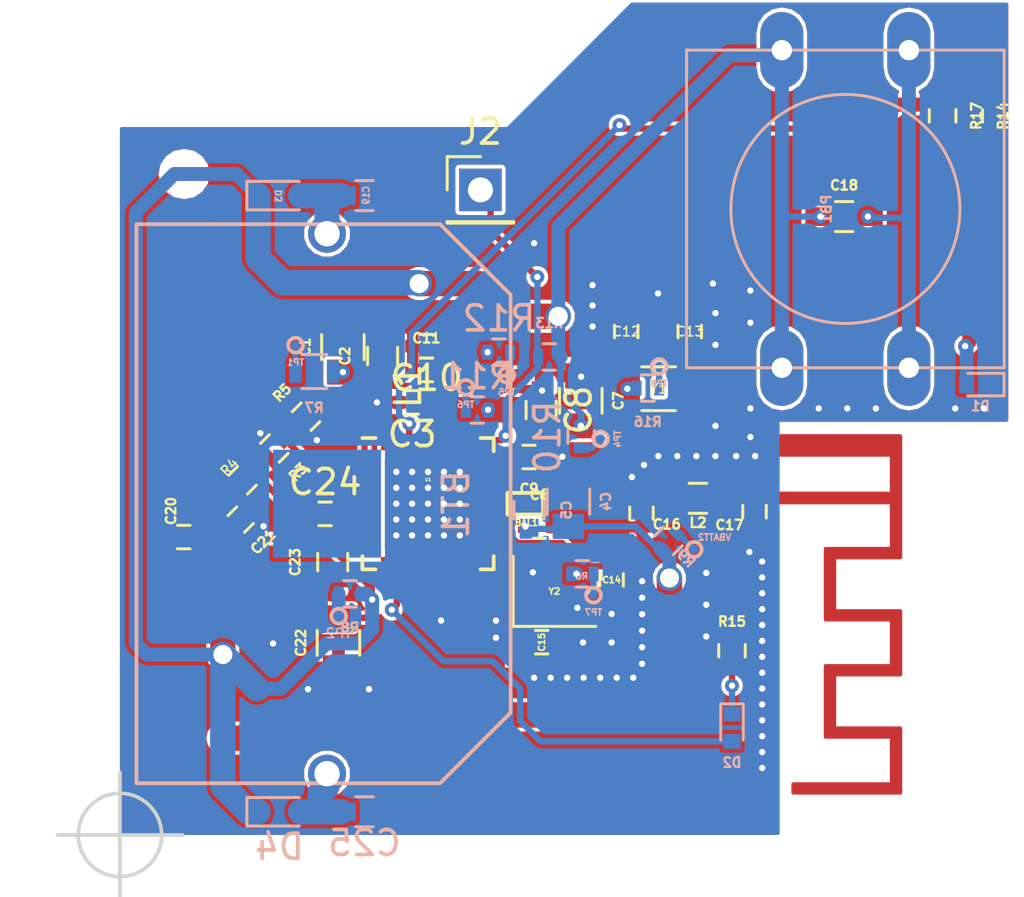
<source format=kicad_pcb>
(kicad_pcb (version 4) (host pcbnew 4.0.5)
  (layers (0 F.Cu signal) (31 B.Cu signal) (34 B.Paste user hide) (35 F.Paste user hide) (36 B.SilkS user) (37 F.SilkS user) (38 B.Mask user) (39 F.Mask user) (44 Edge.Cuts user))
  (net 0 "")
  (net 1 GND)
  (net 2 +3V3)
  (net 3 DIO10)
  (net 4 DIO9)
  (net 5 ADC1)
  (net 6 ADC2)
  (net 7 "Net-(C13-Pad2)")
  (net 8 "Net-(C1-Pad1)")
  (net 9 "Net-(C14-Pad2)")
  (net 10 "Net-(C15-Pad2)")
  (net 11 "Net-(L1-Pad1)")
  (net 12 "Net-(BT1-Pad1)")
  (net 13 "Net-(U1-Pad3)")
  (net 14 "Net-(U1-Pad5)")
  (net 15 "Net-(U1-Pad7)")
  (net 16 "Net-(U1-Pad8)")
  (net 17 "Net-(U1-Pad13)")
  (net 18 "Net-(U1-Pad29)")
  (net 19 "Net-(U1-Pad32)")
  (net 20 "Net-(BAL1-Pad3)")
  (net 21 "Net-(C10-Pad1)")
  (net 22 "Net-(C12-Pad2)")
  (net 23 "Net-(D1-Pad2)")
  (net 24 "Net-(D2-Pad1)")
  (net 25 DIO7)
  (net 26 "Net-(R9-Pad2)")
  (net 27 "Net-(R10-Pad2)")
  (net 28 "Net-(R11-Pad2)")
  (net 29 "Net-(R12-Pad1)")
  (net 30 /RF0)
  (net 31 /RF1)
  (net 32 /DIO12_BUTTON)
  (net 33 "Net-(C20-Pad2)")
  (net 34 "Net-(R6-Pad2)")
  (net 35 "Net-(R7-Pad1)")
  (net 36 "Net-(R8-Pad1)")
  (net 37 "Net-(R16-Pad2)")
  (net 38 "Net-(U1-Pad14)")
  (net 39 /DIO2_LED)
  (net 40 "Net-(U1-Pad9)")
  (net 41 "Net-(J2-Pad1)")
  (net 42 "Net-(J3-Pad5)")
  (net 43 "Net-(J3-Pad4)")
  (net 44 "Net-(BT1-Pad2)")
  (module Buttons_Switches_THT:SW_PUSH-12mm (layer B.Cu) (at 138.3538 92.4814 270)
    (fp_text reference PB1 (at 0 0.762 270) (layer B.SilkS) (effects (font (size 0.381 0.381) (thickness 0.09525)) (justify mirror)))
    (fp_text value pb_v2)
    (pad 1 thru_hole oval (at 6.35 2.54 270) (size 3.048 1.7272) (drill 0.8128) (layers *.Cu *.Mask) (net 2 +3V3))
    (pad 2 thru_hole oval (at 6.35 -2.54 270) (size 3.048 1.7272) (drill 0.8128) (layers *.Cu *.Mask) (net 32 /DIO12_BUTTON))
    (pad 1 thru_hole oval (at -6.35 2.54 270) (size 3.048 1.7272) (drill 0.8128) (layers *.Cu *.Mask) (net 2 +3V3))
    (pad 2 thru_hole oval (at -6.35 -2.54 270) (size 3.048 1.7272) (drill 0.8128) (layers *.Cu *.Mask) (net 32 /DIO12_BUTTON))
  )
  (module batt_holder3035 (layer B.Cu) (at 117.6274 104.267 270)
    (fp_text reference BT1 (at 0.0254 -5.1562 270) (layer B.SilkS) (effects (justify mirror)))
    (fp_text value Battery_cc3035)
    (pad 2 thru_hole circle (at 10.795 0 270) (size 1.524 1.524) (drill 1.016) (layers *.Cu *.Mask) (net 44 "Net-(BT1-Pad2)"))
    (pad 1 thru_hole circle (at -10.795 0 270) (size 1.524 1.524) (drill 1.016) (layers *.Cu *.Mask) (net 12 "Net-(BT1-Pad1)"))
    (pad 3 smd rect (at 0 0 270) (size 4.318 4.318) (layers B.Cu B.Paste B.Mask))
  )
  (module Miscellaneous:Via_Stitch_Dia0.356mm_Drill0.254mm (layer F.Cu) (at 117.221 101.727)
    (fp_text reference REF** hide)
    (fp_text value Via_Stitch_Dia0.356mm_Drill0.254mm)
    (pad 1 thru_hole circle (at 0 0) (size 0.356 0.356) (drill 0.254) (layers *.Cu) (net 1 GND))
  )
  (module Miscellaneous:Via_Stitch_Dia0.356mm_Drill0.254mm (layer F.Cu) (at 114.9604 101.4476)
    (fp_text reference REF** hide)
    (fp_text value Via_Stitch_Dia0.356mm_Drill0.254mm)
    (pad 1 thru_hole circle (at 0 0) (size 0.356 0.356) (drill 0.254) (layers *.Cu) (net 1 GND))
  )
  (module STBNRG1 (layer F.Cu) (at 121.666 104.267)
    (fp_text reference U1 (at 0.00508 -0.9652) (layer F.SilkS) (effects (font (size 0.127 0.127) (thickness 0.03175))))
    (fp_text value STBlueNRG-1)
    (pad 1 smd rect (at -2.54 -1.75) (size 0.8128 0.254) (layers F.Cu F.Paste F.Mask) (net 3 DIO10))
    (pad 2 smd rect (at -2.54 -1.25) (size 0.8128 0.254) (layers F.Cu F.Paste F.Mask) (net 4 DIO9))
    (pad 3 smd rect (at -2.54 -0.75) (size 0.8128 0.254) (layers F.Cu F.Paste F.Mask) (net 13 "Net-(U1-Pad3)"))
    (pad 4 smd rect (at -2.54 -0.25) (size 0.8128 0.254) (layers F.Cu F.Paste F.Mask) (net 25 DIO7))
    (pad 5 smd rect (at -2.54 0.25) (size 0.8128 0.254) (layers F.Cu F.Paste F.Mask) (net 14 "Net-(U1-Pad5)"))
    (pad 6 smd rect (at -2.54 0.75) (size 0.8128 0.254) (layers F.Cu F.Paste F.Mask) (net 2 +3V3))
    (pad 7 smd rect (at -2.54 1.25) (size 0.8128 0.254) (layers F.Cu F.Paste F.Mask) (net 15 "Net-(U1-Pad7)"))
    (pad 8 smd rect (at -2.54 1.75) (size 0.8128 0.254) (layers F.Cu F.Paste F.Mask) (net 16 "Net-(U1-Pad8)"))
    (pad 9 smd rect (at -1.75 2.54 90) (size 0.8128 0.254) (layers F.Cu F.Paste F.Mask) (net 40 "Net-(U1-Pad9)"))
    (pad 10 smd rect (at -1.25 2.54 90) (size 0.8128 0.254) (layers F.Cu F.Paste F.Mask) (net 39 /DIO2_LED))
    (pad 11 smd rect (at -0.75 2.54 90) (size 0.8128 0.254) (layers F.Cu F.Paste F.Mask) (net 42 "Net-(J3-Pad5)"))
    (pad 12 smd rect (at -0.25 2.54 90) (size 0.8128 0.254) (layers F.Cu F.Paste F.Mask) (net 43 "Net-(J3-Pad4)"))
    (pad 13 smd rect (at 0.25 2.54 90) (size 0.8128 0.254) (layers F.Cu F.Paste F.Mask) (net 17 "Net-(U1-Pad13)"))
    (pad 14 smd rect (at 0.75 2.54 90) (size 0.8128 0.254) (layers F.Cu F.Paste F.Mask) (net 38 "Net-(U1-Pad14)"))
    (pad 15 smd rect (at 1.25 2.54 90) (size 0.8128 0.254) (layers F.Cu F.Paste F.Mask) (net 5 ADC1))
    (pad 16 smd rect (at 1.75 2.54 90) (size 0.8128 0.254) (layers F.Cu F.Paste F.Mask) (net 6 ADC2))
    (pad 17 smd rect (at 2.54 1.75) (size 0.8128 0.254) (layers F.Cu F.Paste F.Mask) (net 10 "Net-(C15-Pad2)"))
    (pad 18 smd rect (at 2.54 1.25) (size 0.8128 0.254) (layers F.Cu F.Paste F.Mask) (net 9 "Net-(C14-Pad2)"))
    (pad 19 smd rect (at 2.54 0.75) (size 0.8128 0.254) (layers F.Cu F.Paste F.Mask) (net 2 +3V3))
    (pad 20 smd rect (at 2.54 0.25) (size 0.8128 0.254) (layers F.Cu F.Paste F.Mask) (net 31 /RF1))
    (pad 21 smd rect (at 2.54 -0.25) (size 0.8128 0.254) (layers F.Cu F.Paste F.Mask) (net 30 /RF0))
    (pad 22 smd rect (at 2.54 -0.75) (size 0.8128 0.254) (layers F.Cu F.Paste F.Mask) (net 7 "Net-(C13-Pad2)"))
    (pad 23 smd rect (at 2.54 -1.25) (size 0.8128 0.254) (layers F.Cu F.Paste F.Mask) (net 22 "Net-(C12-Pad2)"))
    (pad 24 smd rect (at 2.54 -1.75) (size 0.8128 0.254) (layers F.Cu F.Paste F.Mask) (net 2 +3V3))
    (pad 25 smd rect (at 1.75 -2.54 90) (size 0.8128 0.254) (layers F.Cu F.Paste F.Mask) (net 41 "Net-(J2-Pad1)"))
    (pad 26 smd rect (at 1.25 -2.54 90) (size 0.8128 0.254) (layers F.Cu F.Paste F.Mask) (net 11 "Net-(L1-Pad1)"))
    (pad 27 smd rect (at 0.75 -2.54 90) (size 0.8128 0.254) (layers F.Cu F.Paste F.Mask) (net 21 "Net-(C10-Pad1)"))
    (pad 28 smd rect (at 0.25 -2.54 90) (size 0.8128 0.254) (layers F.Cu F.Paste F.Mask) (net 8 "Net-(C1-Pad1)"))
    (pad 29 smd rect (at -0.25 -2.54 90) (size 0.8128 0.254) (layers F.Cu F.Paste F.Mask) (net 18 "Net-(U1-Pad29)"))
    (pad 30 smd rect (at -0.75 -2.54 90) (size 0.8128 0.254) (layers F.Cu F.Paste F.Mask) (net 32 /DIO12_BUTTON))
    (pad 31 smd rect (at -1.27 -2.54 90) (size 0.8128 0.254) (layers F.Cu F.Paste F.Mask) (net 1 GND))
    (pad 32 smd rect (at -1.75 -2.54 90) (size 0.8128 0.254) (layers F.Cu F.Paste F.Mask) (net 19 "Net-(U1-Pad32)"))
    (pad 33 smd rect (at 0.8625 0.8625) (size 1.725 1.725) (layers F.Cu F.Paste F.Mask) (net 1 GND))
    (pad 33 smd rect (at 0.8625 -0.8625) (size 1.725 1.725) (layers F.Cu F.Paste F.Mask) (net 1 GND))
    (pad 33 smd rect (at -0.8625 0.8625) (size 1.725 1.725) (layers F.Cu F.Paste F.Mask) (net 1 GND))
    (pad 33 smd rect (at -0.8625 -0.8625) (size 1.725 1.725) (layers F.Cu F.Paste F.Mask) (net 1 GND))
  )
  (module Capacitors_SMD:C_0603_HandSoldering (layer F.Cu) (at 138.303 92.7862)
    (fp_text reference C18 (at 0 -1.25) (layer F.SilkS) (effects (font (size 0.381 0.381) (thickness 0.09525))))
    (fp_text value 1uF)
    (pad 1 smd rect (at -0.95 0) (size 1.2 0.75) (layers F.Cu F.Paste F.Mask) (net 2 +3V3))
    (pad 2 smd rect (at 0.95 0) (size 1.2 0.75) (layers F.Cu F.Paste F.Mask) (net 32 /DIO12_BUTTON))
  )
  (module Miscellaneous:Via_Stitch_Dia0.356mm_Drill0.254mm (layer F.Cu) (at 126.2253 99.7458)
    (fp_text reference REF** hide)
    (fp_text value Via_Stitch_Dia0.356mm_Drill0.254mm)
    (pad 1 thru_hole circle (at 0 0) (size 0.356 0.356) (drill 0.254) (layers *.Cu) (net 1 GND))
  )
  (module Miscellaneous:Via_Stitch_Dia0.356mm_Drill0.254mm (layer B.Cu) (at 130.2258 108.0262)
    (fp_text reference REF** hide)
    (fp_text value Via_Stitch_Dia0.356mm_Drill0.254mm)
    (pad 1 thru_hole circle (at 0 0) (size 0.356 0.356) (drill 0.254) (layers *.Cu) (net 1 GND))
  )
  (module Miscellaneous:Via_Stitch_Dia0.356mm_Drill0.254mm (layer B.Cu) (at 130.2258 107.3658 90)
    (fp_text reference REF** hide)
    (fp_text value Via_Stitch_Dia0.356mm_Drill0.254mm)
    (pad 1 thru_hole circle (at 0 0 90) (size 0.356 0.356) (drill 0.254) (layers *.Cu) (net 1 GND))
  )
  (module Miscellaneous:Via_Stitch_Dia0.356mm_Drill0.254mm (layer B.Cu) (at 130.2258 108.6866)
    (fp_text reference REF** hide)
    (fp_text value Via_Stitch_Dia0.356mm_Drill0.254mm)
    (pad 1 thru_hole circle (at 0 0) (size 0.356 0.356) (drill 0.254) (layers *.Cu) (net 1 GND))
  )
  (module Miscellaneous:Via_Stitch_Dia0.356mm_Drill0.254mm (layer B.Cu) (at 135.0264 112.9284 90)
    (fp_text reference REF** hide)
    (fp_text value Via_Stitch_Dia0.356mm_Drill0.254mm)
    (pad 1 thru_hole circle (at 0 0 90) (size 0.356 0.356) (drill 0.254) (layers *.Cu) (net 1 GND))
  )
  (module Miscellaneous:Via_Stitch_Dia0.356mm_Drill0.254mm (layer B.Cu) (at 135.0264 110.3884 90)
    (fp_text reference REF** hide)
    (fp_text value Via_Stitch_Dia0.356mm_Drill0.254mm)
    (pad 1 thru_hole circle (at 0 0 90) (size 0.356 0.356) (drill 0.254) (layers *.Cu) (net 1 GND))
  )
  (module Miscellaneous:Via_Stitch_Dia0.356mm_Drill0.254mm (layer B.Cu) (at 135.0264 107.2134 90)
    (fp_text reference REF** hide)
    (fp_text value Via_Stitch_Dia0.356mm_Drill0.254mm)
    (pad 1 thru_hole circle (at 0 0 90) (size 0.356 0.356) (drill 0.254) (layers *.Cu) (net 1 GND))
  )
  (module Miscellaneous:Via_Stitch_Dia0.356mm_Drill0.254mm (layer B.Cu) (at 135.0264 106.5784 90)
    (fp_text reference REF** hide)
    (fp_text value Via_Stitch_Dia0.356mm_Drill0.254mm)
    (pad 1 thru_hole circle (at 0 0 90) (size 0.356 0.356) (drill 0.254) (layers *.Cu) (net 1 GND))
  )
  (module Miscellaneous:Via_Stitch_Dia0.356mm_Drill0.254mm (layer B.Cu) (at 135.0264 109.7534 90)
    (fp_text reference REF** hide)
    (fp_text value Via_Stitch_Dia0.356mm_Drill0.254mm)
    (pad 1 thru_hole circle (at 0 0 90) (size 0.356 0.356) (drill 0.254) (layers *.Cu) (net 1 GND))
  )
  (module Miscellaneous:Via_Stitch_Dia0.356mm_Drill0.254mm (layer B.Cu) (at 135.0264 111.6584 90)
    (fp_text reference REF** hide)
    (fp_text value Via_Stitch_Dia0.356mm_Drill0.254mm)
    (pad 1 thru_hole circle (at 0 0 90) (size 0.356 0.356) (drill 0.254) (layers *.Cu) (net 1 GND))
  )
  (module Miscellaneous:Via_Stitch_Dia0.356mm_Drill0.254mm (layer B.Cu) (at 135.0264 112.2934 90)
    (fp_text reference REF** hide)
    (fp_text value Via_Stitch_Dia0.356mm_Drill0.254mm)
    (pad 1 thru_hole circle (at 0 0 90) (size 0.356 0.356) (drill 0.254) (layers *.Cu) (net 1 GND))
  )
  (module Miscellaneous:Via_Stitch_Dia0.356mm_Drill0.254mm (layer B.Cu) (at 135.0264 109.1184 90)
    (fp_text reference REF** hide)
    (fp_text value Via_Stitch_Dia0.356mm_Drill0.254mm)
    (pad 1 thru_hole circle (at 0 0 90) (size 0.356 0.356) (drill 0.254) (layers *.Cu) (net 1 GND))
  )
  (module Miscellaneous:Via_Stitch_Dia0.356mm_Drill0.254mm (layer B.Cu) (at 135.0264 107.8484 90)
    (fp_text reference REF** hide)
    (fp_text value Via_Stitch_Dia0.356mm_Drill0.254mm)
    (pad 1 thru_hole circle (at 0 0 90) (size 0.356 0.356) (drill 0.254) (layers *.Cu) (net 1 GND))
  )
  (module Miscellaneous:Via_Stitch_Dia0.356mm_Drill0.254mm (layer B.Cu) (at 135.0264 108.4834 90)
    (fp_text reference REF** hide)
    (fp_text value Via_Stitch_Dia0.356mm_Drill0.254mm)
    (pad 1 thru_hole circle (at 0 0 90) (size 0.356 0.356) (drill 0.254) (layers *.Cu) (net 1 GND))
  )
  (module Miscellaneous:Via_Stitch_Dia0.356mm_Drill0.254mm (layer B.Cu) (at 135.0264 111.0234 90)
    (fp_text reference REF** hide)
    (fp_text value Via_Stitch_Dia0.356mm_Drill0.254mm)
    (pad 1 thru_hole circle (at 0 0 90) (size 0.356 0.356) (drill 0.254) (layers *.Cu) (net 1 GND))
  )
  (module Miscellaneous:Via_Stitch_Dia0.356mm_Drill0.254mm (layer B.Cu) (at 130.2258 110.6678 90)
    (fp_text reference REF** hide)
    (fp_text value Via_Stitch_Dia0.356mm_Drill0.254mm)
    (pad 1 thru_hole circle (at 0 0 90) (size 0.356 0.356) (drill 0.254) (layers *.Cu) (net 1 GND))
  )
  (module Miscellaneous:Via_Stitch_Dia0.356mm_Drill0.254mm (layer B.Cu) (at 135.0264 114.1984 90)
    (fp_text reference REF** hide)
    (fp_text value Via_Stitch_Dia0.356mm_Drill0.254mm)
    (pad 1 thru_hole circle (at 0 0 90) (size 0.356 0.356) (drill 0.254) (layers *.Cu) (net 1 GND))
  )
  (module Miscellaneous:Via_Stitch_Dia0.356mm_Drill0.254mm (layer B.Cu) (at 125.9078 111.2266 90)
    (fp_text reference REF** hide)
    (fp_text value Via_Stitch_Dia0.356mm_Drill0.254mm)
    (pad 1 thru_hole circle (at 0 0 90) (size 0.356 0.356) (drill 0.254) (layers *.Cu) (net 1 GND))
  )
  (module Miscellaneous:Via_Stitch_Dia0.356mm_Drill0.254mm (layer B.Cu) (at 135.0264 113.5634 90)
    (fp_text reference REF** hide)
    (fp_text value Via_Stitch_Dia0.356mm_Drill0.254mm)
    (pad 1 thru_hole circle (at 0 0 90) (size 0.356 0.356) (drill 0.254) (layers *.Cu) (net 1 GND))
  )
  (module Miscellaneous:Via_Stitch_Dia0.356mm_Drill0.254mm (layer B.Cu) (at 127.889 111.2266 90)
    (fp_text reference REF** hide)
    (fp_text value Via_Stitch_Dia0.356mm_Drill0.254mm)
    (pad 1 thru_hole circle (at 0 0 90) (size 0.356 0.356) (drill 0.254) (layers *.Cu) (net 1 GND))
  )
  (module Miscellaneous:Via_Stitch_Dia0.356mm_Drill0.254mm (layer B.Cu) (at 130.302 102.7176 90)
    (fp_text reference REF** hide)
    (fp_text value Via_Stitch_Dia0.356mm_Drill0.254mm)
    (pad 1 thru_hole circle (at 0 0 90) (size 0.356 0.356) (drill 0.254) (layers *.Cu) (net 1 GND))
  )
  (module Miscellaneous:Via_Stitch_Dia0.356mm_Drill0.254mm (layer B.Cu) (at 128.2446 95.5294 90)
    (fp_text reference REF** hide)
    (fp_text value Via_Stitch_Dia0.356mm_Drill0.254mm)
    (pad 1 thru_hole circle (at 0 0 90) (size 0.356 0.356) (drill 0.254) (layers *.Cu) (net 1 GND))
  )
  (module Miscellaneous:Via_Stitch_Dia0.356mm_Drill0.254mm (layer B.Cu) (at 128.5494 111.2266 90)
    (fp_text reference REF** hide)
    (fp_text value Via_Stitch_Dia0.356mm_Drill0.254mm)
    (pad 1 thru_hole circle (at 0 0 90) (size 0.356 0.356) (drill 0.254) (layers *.Cu) (net 1 GND))
  )
  (module Miscellaneous:Via_Stitch_Dia0.356mm_Drill0.254mm (layer B.Cu) (at 126.5682 111.2266 90)
    (fp_text reference REF** hide)
    (fp_text value Via_Stitch_Dia0.356mm_Drill0.254mm)
    (pad 1 thru_hole circle (at 0 0 90) (size 0.356 0.356) (drill 0.254) (layers *.Cu) (net 1 GND))
  )
  (module Miscellaneous:Via_Stitch_Dia0.356mm_Drill0.254mm (layer B.Cu) (at 127.2286 111.2266 90)
    (fp_text reference REF** hide)
    (fp_text value Via_Stitch_Dia0.356mm_Drill0.254mm)
    (pad 1 thru_hole circle (at 0 0 90) (size 0.356 0.356) (drill 0.254) (layers *.Cu) (net 1 GND))
  )
  (module Miscellaneous:Via_Stitch_Dia0.356mm_Drill0.254mm (layer B.Cu) (at 129.2098 111.2266 90)
    (fp_text reference REF** hide)
    (fp_text value Via_Stitch_Dia0.356mm_Drill0.254mm)
    (pad 1 thru_hole circle (at 0 0 90) (size 0.356 0.356) (drill 0.254) (layers *.Cu) (net 1 GND))
  )
  (module Miscellaneous:Via_Stitch_Dia0.356mm_Drill0.254mm (layer B.Cu) (at 130.2258 109.347 90)
    (fp_text reference REF** hide)
    (fp_text value Via_Stitch_Dia0.356mm_Drill0.254mm)
    (pad 1 thru_hole circle (at 0 0 90) (size 0.356 0.356) (drill 0.254) (layers *.Cu) (net 1 GND))
  )
  (module Miscellaneous:Via_Stitch_Dia0.356mm_Drill0.254mm (layer F.Cu) (at 132.7912 107.0356 270)
    (fp_text reference REF** hide)
    (fp_text value Via_Stitch_Dia0.356mm_Drill0.254mm)
    (pad 1 thru_hole circle (at 0 0 270) (size 0.356 0.356) (drill 0.254) (layers *.Cu) (net 1 GND))
  )
  (module Miscellaneous:Via_Stitch_Dia0.356mm_Drill0.254mm (layer B.Cu) (at 135.0264 114.8334 90)
    (fp_text reference REF** hide)
    (fp_text value Via_Stitch_Dia0.356mm_Drill0.254mm)
    (pad 1 thru_hole circle (at 0 0 90) (size 0.356 0.356) (drill 0.254) (layers *.Cu) (net 1 GND))
  )
  (module Miscellaneous:Via_Stitch_Dia0.356mm_Drill0.254mm (layer B.Cu) (at 122.1867 108.9406 90)
    (fp_text reference REF** hide)
    (fp_text value Via_Stitch_Dia0.356mm_Drill0.254mm)
    (pad 1 thru_hole circle (at 0 0 90) (size 0.356 0.356) (drill 0.254) (layers *.Cu) (net 1 GND))
  )
  (module Miscellaneous:Via_Stitch_Dia0.356mm_Drill0.254mm (layer B.Cu) (at 125.9078 93.853 90)
    (fp_text reference REF** hide)
    (fp_text value Via_Stitch_Dia0.356mm_Drill0.254mm)
    (pad 1 thru_hole circle (at 0 0 90) (size 0.356 0.356) (drill 0.254) (layers *.Cu) (net 1 GND))
  )
  (module Miscellaneous:Via_Stitch_Dia0.356mm_Drill0.254mm (layer B.Cu) (at 132.7912 109.5756 90)
    (fp_text reference REF** hide)
    (fp_text value Via_Stitch_Dia0.356mm_Drill0.254mm)
    (pad 1 thru_hole circle (at 0 0 90) (size 0.356 0.356) (drill 0.254) (layers *.Cu) (net 1 GND))
  )
  (module Miscellaneous:Via_Stitch_Dia0.356mm_Drill0.254mm (layer B.Cu) (at 132.7912 108.3056 90)
    (fp_text reference REF** hide)
    (fp_text value Via_Stitch_Dia0.356mm_Drill0.254mm)
    (pad 1 thru_hole circle (at 0 0 90) (size 0.356 0.356) (drill 0.254) (layers *.Cu) (net 1 GND))
  )
  (module Miscellaneous:Via_Stitch_Dia0.356mm_Drill0.254mm (layer B.Cu) (at 129.8702 111.2266 90)
    (fp_text reference REF** hide)
    (fp_text value Via_Stitch_Dia0.356mm_Drill0.254mm)
    (pad 1 thru_hole circle (at 0 0 90) (size 0.356 0.356) (drill 0.254) (layers *.Cu) (net 1 GND))
  )
  (module Miscellaneous:Via_Stitch_Dia0.356mm_Drill0.254mm (layer B.Cu) (at 134.5184 106.1974)
    (fp_text reference REF** hide)
    (fp_text value Via_Stitch_Dia0.356mm_Drill0.254mm)
    (pad 1 thru_hole circle (at 0 0) (size 0.356 0.356) (drill 0.254) (layers *.Cu) (net 1 GND))
  )
  (module Miscellaneous:Via_Stitch_Dia0.356mm_Drill0.254mm (layer B.Cu) (at 138.43 100.457)
    (fp_text reference REF** hide)
    (fp_text value Via_Stitch_Dia0.356mm_Drill0.254mm)
    (pad 1 thru_hole circle (at 0 0) (size 0.356 0.356) (drill 0.254) (layers *.Cu) (net 1 GND))
  )
  (module Miscellaneous:Via_Stitch_Dia0.356mm_Drill0.254mm (layer B.Cu) (at 137.287 100.457)
    (fp_text reference REF** hide)
    (fp_text value Via_Stitch_Dia0.356mm_Drill0.254mm)
    (pad 1 thru_hole circle (at 0 0) (size 0.356 0.356) (drill 0.254) (layers *.Cu) (net 1 GND))
  )
  (module Miscellaneous:Via_Stitch_Dia0.356mm_Drill0.254mm (layer B.Cu) (at 134.747 102.362)
    (fp_text reference REF** hide)
    (fp_text value Via_Stitch_Dia0.356mm_Drill0.254mm)
    (pad 1 thru_hole circle (at 0 0) (size 0.356 0.356) (drill 0.254) (layers *.Cu) (net 1 GND))
  )
  (module Miscellaneous:Via_Stitch_Dia0.356mm_Drill0.254mm (layer B.Cu) (at 133.985 102.362)
    (fp_text reference REF** hide)
    (fp_text value Via_Stitch_Dia0.356mm_Drill0.254mm)
    (pad 1 thru_hole circle (at 0 0) (size 0.356 0.356) (drill 0.254) (layers *.Cu) (net 1 GND))
  )
  (module Miscellaneous:Via_Stitch_Dia0.356mm_Drill0.254mm (layer B.Cu) (at 133.1595 102.362)
    (fp_text reference REF** hide)
    (fp_text value Via_Stitch_Dia0.356mm_Drill0.254mm)
    (pad 1 thru_hole circle (at 0 0) (size 0.356 0.356) (drill 0.254) (layers *.Cu) (net 1 GND))
  )
  (module Miscellaneous:Via_Stitch_Dia0.356mm_Drill0.254mm (layer B.Cu) (at 132.3975 102.362)
    (fp_text reference REF** hide)
    (fp_text value Via_Stitch_Dia0.356mm_Drill0.254mm)
    (pad 1 thru_hole circle (at 0 0) (size 0.356 0.356) (drill 0.254) (layers *.Cu) (net 1 GND))
  )
  (module Miscellaneous:Via_Stitch_Dia0.356mm_Drill0.254mm (layer B.Cu) (at 133.1595 101.1555)
    (fp_text reference REF** hide)
    (fp_text value Via_Stitch_Dia0.356mm_Drill0.254mm)
    (pad 1 thru_hole circle (at 0 0) (size 0.356 0.356) (drill 0.254) (layers *.Cu) (net 1 GND))
  )
  (module Miscellaneous:Via_Stitch_Dia0.356mm_Drill0.254mm (layer B.Cu) (at 133.1595 97.917)
    (fp_text reference REF** hide)
    (fp_text value Via_Stitch_Dia0.356mm_Drill0.254mm)
    (pad 1 thru_hole circle (at 0 0) (size 0.356 0.356) (drill 0.254) (layers *.Cu) (net 1 GND))
  )
  (module Miscellaneous:Via_Stitch_Dia0.356mm_Drill0.254mm (layer B.Cu) (at 133.1595 96.647)
    (fp_text reference REF** hide)
    (fp_text value Via_Stitch_Dia0.356mm_Drill0.254mm)
    (pad 1 thru_hole circle (at 0 0) (size 0.356 0.356) (drill 0.254) (layers *.Cu) (net 1 GND))
  )
  (module Miscellaneous:Via_Stitch_Dia0.356mm_Drill0.254mm (layer F.Cu) (at 143.891 100.457)
    (fp_text reference REF** hide)
    (fp_text value Via_Stitch_Dia0.356mm_Drill0.254mm)
    (pad 1 thru_hole circle (at 0 0) (size 0.356 0.356) (drill 0.254) (layers *.Cu) (net 1 GND))
  )
  (module Miscellaneous:Via_Stitch_Dia0.356mm_Drill0.254mm (layer F.Cu) (at 129.8194 103.2002)
    (fp_text reference REF** hide)
    (fp_text value Via_Stitch_Dia0.356mm_Drill0.254mm)
    (pad 1 thru_hole circle (at 0 0) (size 0.356 0.356) (drill 0.254) (layers *.Cu) (net 1 GND))
  )
  (module Miscellaneous:Via_Stitch_Dia0.356mm_Drill0.254mm (layer F.Cu) (at 119.6213 100.2157)
    (fp_text reference REF** hide)
    (fp_text value Via_Stitch_Dia0.356mm_Drill0.254mm)
    (pad 1 thru_hole circle (at 0 0) (size 0.356 0.356) (drill 0.254) (layers *.Cu) (net 1 GND))
  )
  (module Miscellaneous:Via_Stitch_Dia0.356mm_Drill0.254mm (layer F.Cu) (at 127.0381 102.3874)
    (fp_text reference REF** hide)
    (fp_text value Via_Stitch_Dia0.356mm_Drill0.254mm)
    (pad 1 thru_hole circle (at 0 0) (size 0.356 0.356) (drill 0.254) (layers *.Cu) (net 1 GND))
  )
  (module Miscellaneous:Via_Stitch_Dia0.356mm_Drill0.254mm (layer F.Cu) (at 115.0874 105.1687)
    (fp_text reference REF** hide)
    (fp_text value Via_Stitch_Dia0.356mm_Drill0.254mm)
    (pad 1 thru_hole circle (at 0 0) (size 0.356 0.356) (drill 0.254) (layers *.Cu) (net 1 GND))
  )
  (module Miscellaneous:Via_Stitch_Dia0.356mm_Drill0.254mm (layer F.Cu) (at 128.2446 97.1804)
    (fp_text reference REF** hide)
    (fp_text value Via_Stitch_Dia0.356mm_Drill0.254mm)
    (pad 1 thru_hole circle (at 0 0) (size 0.356 0.356) (drill 0.254) (layers *.Cu) (net 1 GND))
  )
  (module Miscellaneous:Via_Stitch_Dia0.356mm_Drill0.254mm (layer F.Cu) (at 124.3838 109.6264)
    (fp_text reference REF** hide)
    (fp_text value Via_Stitch_Dia0.356mm_Drill0.254mm)
    (pad 1 thru_hole circle (at 0 0) (size 0.356 0.356) (drill 0.254) (layers *.Cu) (net 1 GND))
  )
  (module Miscellaneous:Via_Stitch_Dia0.356mm_Drill0.254mm (layer B.Cu) (at 127.635 108.4326)
    (fp_text reference REF** hide)
    (fp_text value Via_Stitch_Dia0.356mm_Drill0.254mm)
    (pad 1 thru_hole circle (at 0 0) (size 0.356 0.356) (drill 0.254) (layers *.Cu) (net 1 GND))
  )
  (module Miscellaneous:Via_Stitch_Dia0.356mm_Drill0.254mm (layer B.Cu) (at 125.857 107.0102)
    (fp_text reference REF** hide)
    (fp_text value Via_Stitch_Dia0.356mm_Drill0.254mm)
    (pad 1 thru_hole circle (at 0 0) (size 0.356 0.356) (drill 0.254) (layers *.Cu) (net 1 GND))
  )
  (module Miscellaneous:Via_Stitch_Dia0.356mm_Drill0.254mm (layer B.Cu) (at 115.4684 109.855)
    (fp_text reference REF** hide)
    (fp_text value Via_Stitch_Dia0.356mm_Drill0.254mm)
    (pad 1 thru_hole circle (at 0 0) (size 0.356 0.356) (drill 0.254) (layers *.Cu) (net 1 GND))
  )
  (module Miscellaneous:Via_Stitch_Dia0.356mm_Drill0.254mm (layer B.Cu) (at 129.0066 109.8169)
    (fp_text reference REF** hide)
    (fp_text value Via_Stitch_Dia0.356mm_Drill0.254mm)
    (pad 1 thru_hole circle (at 0 0) (size 0.356 0.356) (drill 0.254) (layers *.Cu) (net 1 GND))
  )
  (module Miscellaneous:Via_Stitch_Dia0.356mm_Drill0.254mm (layer B.Cu) (at 116.8654 111.6838)
    (fp_text reference REF** hide)
    (fp_text value Via_Stitch_Dia0.356mm_Drill0.254mm)
    (pad 1 thru_hole circle (at 0 0) (size 0.356 0.356) (drill 0.254) (layers *.Cu) (net 1 GND))
  )
  (module Miscellaneous:Via_Stitch_Dia0.356mm_Drill0.254mm (layer B.Cu) (at 129.0066 108.6739)
    (fp_text reference REF** hide)
    (fp_text value Via_Stitch_Dia0.356mm_Drill0.254mm)
    (pad 1 thru_hole circle (at 0 0) (size 0.356 0.356) (drill 0.254) (layers *.Cu) (net 1 GND))
  )
  (module Miscellaneous:Via_Stitch_Dia0.356mm_Drill0.254mm (layer B.Cu) (at 119.3038 111.6838 90)
    (fp_text reference REF** hide)
    (fp_text value Via_Stitch_Dia0.356mm_Drill0.254mm)
    (pad 1 thru_hole circle (at 0 0 90) (size 0.356 0.356) (drill 0.254) (layers *.Cu) (net 1 GND))
  )
  (module Miscellaneous:Via_Stitch_Dia0.356mm_Drill0.254mm (layer B.Cu) (at 127.8636 109.8169)
    (fp_text reference REF** hide)
    (fp_text value Via_Stitch_Dia0.356mm_Drill0.254mm)
    (pad 1 thru_hole circle (at 0 0) (size 0.356 0.356) (drill 0.254) (layers *.Cu) (net 1 GND))
  )
  (module Miscellaneous:Via_Stitch_Dia0.356mm_Drill0.254mm (layer B.Cu) (at 124.3838 108.9406 90)
    (fp_text reference REF** hide)
    (fp_text value Via_Stitch_Dia0.356mm_Drill0.254mm)
    (pad 1 thru_hole circle (at 0 0 90) (size 0.356 0.356) (drill 0.254) (layers *.Cu) (net 1 GND))
  )
  (module Miscellaneous:Via_Stitch_Dia0.356mm_Drill0.254mm (layer B.Cu) (at 130.2258 110.0074)
    (fp_text reference REF** hide)
    (fp_text value Via_Stitch_Dia0.356mm_Drill0.254mm)
    (pad 1 thru_hole circle (at 0 0) (size 0.356 0.356) (drill 0.254) (layers *.Cu) (net 1 GND))
  )
  (module Miscellaneous:Via_Stitch_Dia0.356mm_Drill0.254mm (layer B.Cu) (at 127.7874 99.187)
    (fp_text reference REF** hide)
    (fp_text value Via_Stitch_Dia0.356mm_Drill0.254mm)
    (pad 1 thru_hole circle (at 0 0) (size 0.356 0.356) (drill 0.254) (layers *.Cu) (net 1 GND))
  )
  (module Miscellaneous:Via_Stitch_Dia0.356mm_Drill0.254mm (layer B.Cu) (at 134.5565 97.028)
    (fp_text reference REF** hide)
    (fp_text value Via_Stitch_Dia0.356mm_Drill0.254mm)
    (pad 1 thru_hole circle (at 0 0) (size 0.356 0.356) (drill 0.254) (layers *.Cu) (net 1 GND))
  )
  (module Miscellaneous:Via_Stitch_Dia0.356mm_Drill0.254mm (layer B.Cu) (at 133.0579 95.4659)
    (fp_text reference REF** hide)
    (fp_text value Via_Stitch_Dia0.356mm_Drill0.254mm)
    (pad 1 thru_hole circle (at 0 0) (size 0.356 0.356) (drill 0.254) (layers *.Cu) (net 1 GND))
  )
  (module Miscellaneous:Via_Stitch_Dia0.356mm_Drill0.254mm (layer B.Cu) (at 142.748 100.457)
    (fp_text reference REF** hide)
    (fp_text value Via_Stitch_Dia0.356mm_Drill0.254mm)
    (pad 1 thru_hole circle (at 0 0) (size 0.356 0.356) (drill 0.254) (layers *.Cu) (net 1 GND))
  )
  (module Miscellaneous:Via_Stitch_Dia0.356mm_Drill0.254mm (layer B.Cu) (at 134.5565 100.457)
    (fp_text reference REF** hide)
    (fp_text value Via_Stitch_Dia0.356mm_Drill0.254mm)
    (pad 1 thru_hole circle (at 0 0) (size 0.356 0.356) (drill 0.254) (layers *.Cu) (net 1 GND))
  )
  (module Miscellaneous:Via_Stitch_Dia0.356mm_Drill0.254mm (layer B.Cu) (at 134.5565 101.6)
    (fp_text reference REF** hide)
    (fp_text value Via_Stitch_Dia0.356mm_Drill0.254mm)
    (pad 1 thru_hole circle (at 0 0) (size 0.356 0.356) (drill 0.254) (layers *.Cu) (net 1 GND))
  )
  (module Miscellaneous:Via_Stitch_Dia0.356mm_Drill0.254mm (layer B.Cu) (at 131.6355 102.362)
    (fp_text reference REF** hide)
    (fp_text value Via_Stitch_Dia0.356mm_Drill0.254mm)
    (pad 1 thru_hole circle (at 0 0) (size 0.356 0.356) (drill 0.254) (layers *.Cu) (net 1 GND))
  )
  (module Miscellaneous:Via_Stitch_Dia0.356mm_Drill0.254mm (layer B.Cu) (at 130.8735 102.362)
    (fp_text reference REF** hide)
    (fp_text value Via_Stitch_Dia0.356mm_Drill0.254mm)
    (pad 1 thru_hole circle (at 0 0) (size 0.356 0.356) (drill 0.254) (layers *.Cu) (net 1 GND))
  )
  (module Miscellaneous:Via_Stitch_Dia0.356mm_Drill0.254mm (layer B.Cu) (at 130.8608 95.8596)
    (fp_text reference REF** hide)
    (fp_text value Via_Stitch_Dia0.356mm_Drill0.254mm)
    (pad 1 thru_hole circle (at 0 0) (size 0.356 0.356) (drill 0.254) (layers *.Cu) (net 1 GND))
  )
  (module Miscellaneous:Via_Stitch_Dia0.356mm_Drill0.254mm (layer B.Cu) (at 134.5565 95.7453)
    (fp_text reference REF** hide)
    (fp_text value Via_Stitch_Dia0.356mm_Drill0.254mm)
    (pad 1 thru_hole circle (at 0 0) (size 0.356 0.356) (drill 0.254) (layers *.Cu) (net 1 GND))
  )
  (module Miscellaneous:Via_Stitch_Dia0.356mm_Drill0.254mm (layer B.Cu) (at 139.573 100.457)
    (fp_text reference REF** hide)
    (fp_text value Via_Stitch_Dia0.356mm_Drill0.254mm)
    (pad 1 thru_hole circle (at 0 0) (size 0.356 0.356) (drill 0.254) (layers *.Cu) (net 1 GND))
  )
  (module Miscellaneous:Via_Stitch_Dia0.356mm_Drill0.254mm (layer B.Cu) (at 128.2446 96.3422)
    (fp_text reference REF** hide)
    (fp_text value Via_Stitch_Dia0.356mm_Drill0.254mm)
    (pad 1 thru_hole circle (at 0 0) (size 0.356 0.356) (drill 0.254) (layers *.Cu) (net 1 GND))
  )
  (module Miscellaneous:Via_Stitch_Dia0.356mm_Drill0.254mm (layer F.Cu) (at 122.936 105.537)
    (fp_text reference REF** hide)
    (fp_text value Via_Stitch_Dia0.356mm_Drill0.254mm)
    (pad 1 thru_hole circle (at 0 0) (size 0.356 0.356) (drill 0.254) (layers *.Cu) (net 1 GND))
  )
  (module Miscellaneous:Via_Stitch_Dia0.356mm_Drill0.254mm (layer F.Cu) (at 122.301 105.537)
    (fp_text reference REF** hide)
    (fp_text value Via_Stitch_Dia0.356mm_Drill0.254mm)
    (pad 1 thru_hole circle (at 0 0) (size 0.356 0.356) (drill 0.254) (layers *.Cu) (net 1 GND))
  )
  (module Miscellaneous:Via_Stitch_Dia0.356mm_Drill0.254mm (layer F.Cu) (at 121.666 105.537)
    (fp_text reference REF** hide)
    (fp_text value Via_Stitch_Dia0.356mm_Drill0.254mm)
    (pad 1 thru_hole circle (at 0 0) (size 0.356 0.356) (drill 0.254) (layers *.Cu) (net 1 GND))
  )
  (module Miscellaneous:Via_Stitch_Dia0.356mm_Drill0.254mm (layer F.Cu) (at 121.031 105.537)
    (fp_text reference REF** hide)
    (fp_text value Via_Stitch_Dia0.356mm_Drill0.254mm)
    (pad 1 thru_hole circle (at 0 0) (size 0.356 0.356) (drill 0.254) (layers *.Cu) (net 1 GND))
  )
  (module Miscellaneous:Via_Stitch_Dia0.356mm_Drill0.254mm (layer F.Cu) (at 120.396 105.537)
    (fp_text reference REF** hide)
    (fp_text value Via_Stitch_Dia0.356mm_Drill0.254mm)
    (pad 1 thru_hole circle (at 0 0) (size 0.356 0.356) (drill 0.254) (layers *.Cu) (net 1 GND))
  )
  (module Miscellaneous:Via_Stitch_Dia0.356mm_Drill0.254mm (layer F.Cu) (at 120.396 104.902)
    (fp_text reference REF** hide)
    (fp_text value Via_Stitch_Dia0.356mm_Drill0.254mm)
    (pad 1 thru_hole circle (at 0 0) (size 0.356 0.356) (drill 0.254) (layers *.Cu) (net 1 GND))
  )
  (module Miscellaneous:Via_Stitch_Dia0.356mm_Drill0.254mm (layer F.Cu) (at 121.031 104.902)
    (fp_text reference REF** hide)
    (fp_text value Via_Stitch_Dia0.356mm_Drill0.254mm)
    (pad 1 thru_hole circle (at 0 0) (size 0.356 0.356) (drill 0.254) (layers *.Cu) (net 1 GND))
  )
  (module Miscellaneous:Via_Stitch_Dia0.356mm_Drill0.254mm (layer F.Cu) (at 121.666 104.902)
    (fp_text reference REF** hide)
    (fp_text value Via_Stitch_Dia0.356mm_Drill0.254mm)
    (pad 1 thru_hole circle (at 0 0) (size 0.356 0.356) (drill 0.254) (layers *.Cu) (net 1 GND))
  )
  (module Miscellaneous:Via_Stitch_Dia0.356mm_Drill0.254mm (layer F.Cu) (at 122.301 104.902)
    (fp_text reference REF** hide)
    (fp_text value Via_Stitch_Dia0.356mm_Drill0.254mm)
    (pad 1 thru_hole circle (at 0 0) (size 0.356 0.356) (drill 0.254) (layers *.Cu) (net 1 GND))
  )
  (module Miscellaneous:Via_Stitch_Dia0.356mm_Drill0.254mm (layer F.Cu) (at 122.936 104.902)
    (fp_text reference REF** hide)
    (fp_text value Via_Stitch_Dia0.356mm_Drill0.254mm)
    (pad 1 thru_hole circle (at 0 0) (size 0.356 0.356) (drill 0.254) (layers *.Cu) (net 1 GND))
  )
  (module Miscellaneous:Via_Stitch_Dia0.356mm_Drill0.254mm (layer F.Cu) (at 122.936 104.267)
    (fp_text reference REF** hide)
    (fp_text value Via_Stitch_Dia0.356mm_Drill0.254mm)
    (pad 1 thru_hole circle (at 0 0) (size 0.356 0.356) (drill 0.254) (layers *.Cu) (net 1 GND))
  )
  (module Miscellaneous:Via_Stitch_Dia0.356mm_Drill0.254mm (layer F.Cu) (at 122.301 104.267)
    (fp_text reference REF** hide)
    (fp_text value Via_Stitch_Dia0.356mm_Drill0.254mm)
    (pad 1 thru_hole circle (at 0 0) (size 0.356 0.356) (drill 0.254) (layers *.Cu) (net 1 GND))
  )
  (module Miscellaneous:Via_Stitch_Dia0.356mm_Drill0.254mm (layer F.Cu) (at 121.666 104.267)
    (fp_text reference REF** hide)
    (fp_text value Via_Stitch_Dia0.356mm_Drill0.254mm)
    (pad 1 thru_hole circle (at 0 0) (size 0.356 0.356) (drill 0.254) (layers *.Cu) (net 1 GND))
  )
  (module Miscellaneous:Via_Stitch_Dia0.356mm_Drill0.254mm (layer F.Cu) (at 121.031 104.267)
    (fp_text reference REF** hide)
    (fp_text value Via_Stitch_Dia0.356mm_Drill0.254mm)
    (pad 1 thru_hole circle (at 0 0) (size 0.356 0.356) (drill 0.254) (layers *.Cu) (net 1 GND))
  )
  (module Miscellaneous:Via_Stitch_Dia0.356mm_Drill0.254mm (layer F.Cu) (at 120.396 104.267)
    (fp_text reference REF** hide)
    (fp_text value Via_Stitch_Dia0.356mm_Drill0.254mm)
    (pad 1 thru_hole circle (at 0 0) (size 0.356 0.356) (drill 0.254) (layers *.Cu) (net 1 GND))
  )
  (module Miscellaneous:Via_Stitch_Dia0.356mm_Drill0.254mm (layer F.Cu) (at 120.396 103.632)
    (fp_text reference REF** hide)
    (fp_text value Via_Stitch_Dia0.356mm_Drill0.254mm)
    (pad 1 thru_hole circle (at 0 0) (size 0.356 0.356) (drill 0.254) (layers *.Cu) (net 1 GND))
  )
  (module Miscellaneous:Via_Stitch_Dia0.356mm_Drill0.254mm (layer F.Cu) (at 121.031 103.632)
    (fp_text reference REF** hide)
    (fp_text value Via_Stitch_Dia0.356mm_Drill0.254mm)
    (pad 1 thru_hole circle (at 0 0) (size 0.356 0.356) (drill 0.254) (layers *.Cu) (net 1 GND))
  )
  (module Miscellaneous:Via_Stitch_Dia0.356mm_Drill0.254mm (layer F.Cu) (at 121.666 103.632)
    (fp_text reference REF** hide)
    (fp_text value Via_Stitch_Dia0.356mm_Drill0.254mm)
    (pad 1 thru_hole circle (at 0 0) (size 0.356 0.356) (drill 0.254) (layers *.Cu) (net 1 GND))
  )
  (module Miscellaneous:Via_Stitch_Dia0.356mm_Drill0.254mm (layer F.Cu) (at 122.301 103.632)
    (fp_text reference REF** hide)
    (fp_text value Via_Stitch_Dia0.356mm_Drill0.254mm)
    (pad 1 thru_hole circle (at 0 0) (size 0.356 0.356) (drill 0.254) (layers *.Cu) (net 1 GND))
  )
  (module Miscellaneous:Via_Stitch_Dia0.356mm_Drill0.254mm (layer F.Cu) (at 122.936 103.632)
    (fp_text reference REF** hide)
    (fp_text value Via_Stitch_Dia0.356mm_Drill0.254mm)
    (pad 1 thru_hole circle (at 0 0) (size 0.356 0.356) (drill 0.254) (layers *.Cu) (net 1 GND))
  )
  (module Miscellaneous:Via_Stitch_Dia0.356mm_Drill0.254mm (layer F.Cu) (at 122.936 102.997)
    (fp_text reference REF** hide)
    (fp_text value Via_Stitch_Dia0.356mm_Drill0.254mm)
    (pad 1 thru_hole circle (at 0 0) (size 0.356 0.356) (drill 0.254) (layers *.Cu) (net 1 GND))
  )
  (module Miscellaneous:Via_Stitch_Dia0.356mm_Drill0.254mm (layer F.Cu) (at 122.301 102.997)
    (fp_text reference REF** hide)
    (fp_text value Via_Stitch_Dia0.356mm_Drill0.254mm)
    (pad 1 thru_hole circle (at 0 0) (size 0.356 0.356) (drill 0.254) (layers *.Cu) (net 1 GND))
  )
  (module Miscellaneous:Via_Stitch_Dia0.356mm_Drill0.254mm (layer F.Cu) (at 121.666 102.997)
    (fp_text reference REF** hide)
    (fp_text value Via_Stitch_Dia0.356mm_Drill0.254mm)
    (pad 1 thru_hole circle (at 0 0) (size 0.356 0.356) (drill 0.254) (layers *.Cu) (net 1 GND))
  )
  (module Miscellaneous:Via_Stitch_Dia0.356mm_Drill0.254mm (layer F.Cu) (at 121.031 102.997)
    (fp_text reference REF** hide)
    (fp_text value Via_Stitch_Dia0.356mm_Drill0.254mm)
    (pad 1 thru_hole circle (at 0 0) (size 0.356 0.356) (drill 0.254) (layers *.Cu) (net 1 GND))
  )
  (module Crystals:Crystal_SMD_2520-4pin_2.5x2.0mm (layer F.Cu) (at 126.7206 107.7722)
    (fp_text reference Y2 (at -0.00254 -0.00254) (layer F.SilkS) (effects (font (size 0.254 0.254) (thickness 0.0635))))
    (fp_text value "XTAL 32MHz")
    (pad 1 smd rect (at -0.875 0.7) (size 1.15 1) (layers F.Cu F.Paste F.Mask) (net 10 "Net-(C15-Pad2)"))
    (pad 2 smd rect (at 0.875 0.7) (size 1.15 1) (layers F.Cu F.Paste F.Mask) (net 1 GND))
    (pad 3 smd rect (at 0.875 -0.7) (size 1.15 1) (layers F.Cu F.Paste F.Mask) (net 9 "Net-(C14-Pad2)"))
    (pad 4 smd rect (at -0.875 -0.7) (size 1.15 1) (layers F.Cu F.Paste F.Mask) (net 1 GND))
  )
  (module Miscellaneous:Via_Stitch_Dia0.356mm_Drill0.254mm (layer F.Cu) (at 120.396 102.997)
    (fp_text reference REF** hide)
    (fp_text value "")
    (pad 1 thru_hole circle (at 0 0) (size 0.356 0.356) (drill 0.254) (layers *.Cu) (net 1 GND))
  )
  (module Capacitors_SMD:C_0402 (layer F.Cu) (at 132.1308 97.3836 270)
    (fp_text reference C13 (at 0 0 360) (layer F.SilkS) (effects (font (size 0.381 0.381) (thickness 0.0635))))
    (fp_text value 22pF)
    (pad 1 smd rect (at -0.55 0 270) (size 0.6 0.5) (layers F.Cu F.Paste F.Mask) (net 1 GND))
    (pad 2 smd rect (at 0.55 0 270) (size 0.6 0.5) (layers F.Cu F.Paste F.Mask) (net 7 "Net-(C13-Pad2)"))
  )
  (module Capacitors_SMD:C_0402 (layer F.Cu) (at 129.0066 107.315 90)
    (fp_text reference C14 (at 0 0 180) (layer F.SilkS) (effects (font (size 0.254 0.254) (thickness 0.0635))))
    (fp_text value 27pF)
    (pad 1 smd rect (at -0.55 0 90) (size 0.6 0.5) (layers F.Cu F.Paste F.Mask) (net 1 GND))
    (pad 2 smd rect (at 0.55 0 90) (size 0.6 0.5) (layers F.Cu F.Paste F.Mask) (net 9 "Net-(C14-Pad2)"))
  )
  (module Capacitors_SMD:C_0402 (layer F.Cu) (at 126.2126 109.8042 180)
    (fp_text reference C15 (at 0 0 270) (layer F.SilkS) (effects (font (size 0.254 0.254) (thickness 0.0635))))
    (fp_text value 33pF)
    (pad 1 smd rect (at -0.55 0 180) (size 0.6 0.5) (layers F.Cu F.Paste F.Mask) (net 1 GND))
    (pad 2 smd rect (at 0.55 0 180) (size 0.6 0.5) (layers F.Cu F.Paste F.Mask) (net 10 "Net-(C15-Pad2)"))
  )
  (module Crystals:Crystal_SMD_3215-2pin_3.2x1.5mm (layer F.Cu) (at 130.8862 99.6696 180)
    (fp_text reference Y1 (at 0 0 180) (layer F.SilkS) (effects (font (size 0.381 0.381) (thickness 0.0635))))
    (fp_text value "Xtal 32.768kHz")
    (pad 1 smd rect (at 1.25 0 180) (size 1 1.8) (layers F.Cu F.Paste F.Mask) (net 22 "Net-(C12-Pad2)"))
    (pad 2 smd rect (at -1.25 0 180) (size 1 1.8) (layers F.Cu F.Paste F.Mask) (net 7 "Net-(C13-Pad2)"))
  )
  (module Miscellaneous:BNRG1_balun (layer F.Cu) (at 125.5522 104.267)
    (fp_text reference BAL1 (at 0.0508 0.762) (layer F.SilkS) (effects (font (size 0.254 0.254) (thickness 0.0635))))
    (fp_text value STBNR1_balun)
    (pad 1 smd rect (at -0.508 -0.2413) (size 0.3302 0.3302) (layers F.Cu F.Paste F.Mask) (net 30 /RF0))
    (pad 2 smd rect (at -0.508 0.2413) (size 0.3302 0.3302) (layers F.Cu F.Paste F.Mask) (net 31 /RF1))
    (pad 3 smd rect (at 0.508 -0.2413) (size 0.3302 0.3302) (layers F.Cu F.Paste F.Mask) (net 20 "Net-(BAL1-Pad3)"))
    (pad 4 smd rect (at 0.508 0.2413) (size 0.3302 0.3302) (layers F.Cu F.Paste F.Mask) (net 1 GND))
  )
  (module Capacitors_SMD:C_0402 (layer F.Cu) (at 129.5908 97.3836 270)
    (fp_text reference C12 (at 0 0 360) (layer F.SilkS) (effects (font (size 0.381 0.381) (thickness 0.0635))))
    (fp_text value 27pF)
    (pad 1 smd rect (at -0.55 0 270) (size 0.6 0.5) (layers F.Cu F.Paste F.Mask) (net 1 GND))
    (pad 2 smd rect (at 0.55 0 270) (size 0.6 0.5) (layers F.Cu F.Paste F.Mask) (net 22 "Net-(C12-Pad2)"))
  )
  (module Capacitors_SMD:C_0603_HandSoldering (layer B.Cu) (at 119.126 91.948)
    (fp_text reference C19 (at 0.0635 -0.0127 270) (layer B.SilkS) (effects (font (size 0.254 0.254) (thickness 0.0635)) (justify mirror)))
    (fp_text value 1uF)
    (pad 1 smd rect (at -0.95 0) (size 1.2 0.75) (layers B.Cu B.Paste B.Mask) (net 12 "Net-(BT1-Pad1)"))
    (pad 2 smd rect (at 0.95 0) (size 1.2 0.75) (layers B.Cu B.Paste B.Mask) (net 1 GND))
  )
  (module Diodes_SMD:D_0603 (layer B.Cu) (at 115.7224 91.948)
    (fp_text reference D3 (at -0.0254 0.0127 270) (layer B.SilkS) (effects (font (size 0.254 0.254) (thickness 0.0635)) (justify mirror)))
    (fp_text value "Power thru Battery")
    (pad 1 smd rect (at -0.85 0) (size 0.6 0.8) (layers B.Cu B.Paste B.Mask) (net 2 +3V3))
    (pad 2 smd rect (at 0.85 0) (size 0.6 0.8) (layers B.Cu B.Paste B.Mask) (net 12 "Net-(BT1-Pad1)"))
  )
  (module Inductors_NEOSID:Neosid_Inductor_SM-NE29_SMD1008 (layer F.Cu) (at 124.0663 99.3648 90)
    (fp_text reference L1 (at -0.20066 -3.2004 90) (layer F.SilkS))
    (fp_text value 10uH)
    (pad 2 smd rect (at 1.14554 0 90) (size 1.02108 2.54) (layers F.Cu F.Paste F.Mask) (net 21 "Net-(C10-Pad1)"))
    (pad 1 smd rect (at -1.14554 0 90) (size 1.02108 2.54) (layers F.Cu F.Paste F.Mask) (net 11 "Net-(L1-Pad1)"))
  )
  (module Resistors_SMD:R_0402 (layer F.Cu) (at 143.3068 88.7603 270)
    (fp_text reference R14 (at 0 -1.35 270) (layer F.SilkS) (effects (font (size 0.381 0.381) (thickness 0.09525))))
    (fp_text value 1k)
    (pad 1 smd rect (at -0.45 0 270) (size 0.4 0.6) (layers F.Cu F.Paste F.Mask) (net 32 /DIO12_BUTTON))
    (pad 2 smd rect (at 0.45 0 270) (size 0.4 0.6) (layers F.Cu F.Paste F.Mask) (net 23 "Net-(D1-Pad2)"))
  )
  (module Capacitors_SMD:C_0805 (layer F.Cu) (at 118.2624 98.0059 90)
    (fp_text reference C1 (at 0 -1.5 90) (layer F.SilkS) (effects (font (size 0.381 0.381) (thickness 0.09525))))
    (fp_text value 1uF)
    (pad 1 smd rect (at -1 0 90) (size 1 1.25) (layers F.Cu F.Paste F.Mask) (net 8 "Net-(C1-Pad1)"))
    (pad 2 smd rect (at 1 0 90) (size 1 1.25) (layers F.Cu F.Paste F.Mask) (net 1 GND))
  )
  (module Capacitors_SMD:C_0603 (layer F.Cu) (at 119.8499 98.3615 90)
    (fp_text reference C2 (at 0 -1.5 90) (layer F.SilkS) (effects (font (size 0.381 0.381) (thickness 0.09525))))
    (fp_text value 0.1uF)
    (pad 1 smd rect (at -0.75 0 90) (size 0.8 0.75) (layers F.Cu F.Paste F.Mask) (net 8 "Net-(C1-Pad1)"))
    (pad 2 smd rect (at 0.75 0 90) (size 0.8 0.75) (layers F.Cu F.Paste F.Mask) (net 1 GND))
  )
  (module Capacitors_SMD:C_0402 (layer F.Cu) (at 121.031 100.2157 180)
    (fp_text reference C3 (at 0 -1.27 180) (layer F.SilkS))
    (fp_text value 0.01uF)
    (pad 1 smd rect (at -0.55 0 180) (size 0.6 0.5) (layers F.Cu F.Paste F.Mask) (net 8 "Net-(C1-Pad1)"))
    (pad 2 smd rect (at 0.55 0 180) (size 0.6 0.5) (layers F.Cu F.Paste F.Mask) (net 1 GND))
  )
  (module Capacitors_SMD:C_0805 (layer B.Cu) (at 127.2794 104.1781 90)
    (fp_text reference C4 (at 0 1.5 90) (layer B.SilkS) (effects (font (size 0.381 0.381) (thickness 0.09525)) (justify mirror)))
    (fp_text value 0.01uF)
    (pad 1 smd rect (at -1 0 90) (size 1 1.25) (layers B.Cu B.Paste B.Mask) (net 2 +3V3))
    (pad 2 smd rect (at 1 0 90) (size 1 1.25) (layers B.Cu B.Paste B.Mask) (net 1 GND))
  )
  (module Capacitors_SMD:C_0603 (layer B.Cu) (at 125.7046 104.521 90)
    (fp_text reference C5 (at 0 1.5 90) (layer B.SilkS) (effects (font (size 0.381 0.381) (thickness 0.09525)) (justify mirror)))
    (fp_text value 1000pF)
    (pad 1 smd rect (at -0.75 0 90) (size 0.8 0.75) (layers B.Cu B.Paste B.Mask) (net 2 +3V3))
    (pad 2 smd rect (at 0.75 0 90) (size 0.8 0.75) (layers B.Cu B.Paste B.Mask) (net 1 GND))
  )
  (module Capacitors_SMD:C_0402 (layer F.Cu) (at 126.111 105.1814)
    (fp_text reference C6 (at 0 -1.27) (layer F.SilkS) (effects (font (size 0.381 0.381) (thickness 0.09525))))
    (fp_text value 10pF)
    (pad 1 smd rect (at -0.55 0) (size 0.6 0.5) (layers F.Cu F.Paste F.Mask) (net 2 +3V3))
    (pad 2 smd rect (at 0.55 0) (size 0.6 0.5) (layers F.Cu F.Paste F.Mask) (net 1 GND))
  )
  (module Capacitors_SMD:C_0805 (layer F.Cu) (at 127.7747 100.1522 270)
    (fp_text reference C7 (at 0 -1.5 270) (layer F.SilkS) (effects (font (size 0.381 0.381) (thickness 0.09525))))
    (fp_text value 0.01uF)
    (pad 1 smd rect (at -1 0 270) (size 1 1.25) (layers F.Cu F.Paste F.Mask) (net 1 GND))
    (pad 2 smd rect (at 1 0 270) (size 1 1.25) (layers F.Cu F.Paste F.Mask) (net 2 +3V3))
  )
  (module Capacitors_SMD:C_0603 (layer F.Cu) (at 126.1872 100.5205 270)
    (fp_text reference C8 (at 0 -1.5 270) (layer F.SilkS))
    (fp_text value 1000pF)
    (pad 1 smd rect (at -0.75 0 270) (size 0.8 0.75) (layers F.Cu F.Paste F.Mask) (net 1 GND))
    (pad 2 smd rect (at 0.75 0 270) (size 0.8 0.75) (layers F.Cu F.Paste F.Mask) (net 2 +3V3))
  )
  (module Capacitors_SMD:C_0402 (layer F.Cu) (at 125.7046 102.4001 180)
    (fp_text reference C9 (at 0 -1.27 180) (layer F.SilkS) (effects (font (size 0.381 0.381) (thickness 0.09525))))
    (fp_text value 10pF)
    (pad 1 smd rect (at -0.55 0 180) (size 0.6 0.5) (layers F.Cu F.Paste F.Mask) (net 1 GND))
    (pad 2 smd rect (at 0.55 0 180) (size 0.6 0.5) (layers F.Cu F.Paste F.Mask) (net 2 +3V3))
  )
  (module Capacitors_SMD:C_0402 (layer F.Cu) (at 121.6025 97.9678 180)
    (fp_text reference C10 (at 0 -1.27 180) (layer F.SilkS))
    (fp_text value 0.1uF)
    (pad 1 smd rect (at -0.55 0 180) (size 0.6 0.5) (layers F.Cu F.Paste F.Mask) (net 21 "Net-(C10-Pad1)"))
    (pad 2 smd rect (at 0.55 0 180) (size 0.6 0.5) (layers F.Cu F.Paste F.Mask) (net 1 GND))
  )
  (module Capacitors_SMD:C_0402 (layer F.Cu) (at 121.6025 98.9203)
    (fp_text reference C11 (at 0 -1.27) (layer F.SilkS) (effects (font (size 0.381 0.381) (thickness 0.09525))))
    (fp_text value 100pF)
    (pad 1 smd rect (at -0.55 0) (size 0.6 0.5) (layers F.Cu F.Paste F.Mask) (net 1 GND))
    (pad 2 smd rect (at 0.55 0) (size 0.6 0.5) (layers F.Cu F.Paste F.Mask) (net 21 "Net-(C10-Pad1)"))
  )
  (module Capacitors_SMD:C_0402 (layer F.Cu) (at 130.2004 104.648 270)
    (fp_text reference C16 (at 0.4445 -1.016 360) (layer F.SilkS) (effects (font (size 0.381 0.381) (thickness 0.09525))))
    (fp_text value TBD)
    (pad 1 smd rect (at -0.55 0 270) (size 0.6 0.5) (layers F.Cu F.Paste F.Mask) (net 20 "Net-(BAL1-Pad3)"))
    (pad 2 smd rect (at 0.55 0 270) (size 0.6 0.5) (layers F.Cu F.Paste F.Mask) (net 1 GND))
  )
  (module Capacitors_SMD:C_0402 (layer F.Cu) (at 134.7216 104.5845 270)
    (fp_text reference C17 (at 0.5334 1.0033 540) (layer F.SilkS) (effects (font (size 0.381 0.381) (thickness 0.09525))))
    (fp_text value TBD)
    (pad 1 smd rect (at -0.55 0 270) (size 0.6 0.5) (layers F.Cu F.Paste F.Mask) (net 1 GND))
    (pad 2 smd rect (at 0.55 0 270) (size 0.6 0.5) (layers F.Cu F.Paste F.Mask) (net 1 GND))
  )
  (module Capacitors_SMD:C_0402 (layer F.Cu) (at 111.8997 105.6005 180)
    (fp_text reference C20 (at 0.508 1.0414 450) (layer F.SilkS) (effects (font (size 0.381 0.381) (thickness 0.09525))))
    (fp_text value 1uF)
    (pad 1 smd rect (at -0.55 0 180) (size 0.6 0.5) (layers F.Cu F.Paste F.Mask) (net 1 GND))
    (pad 2 smd rect (at 0.55 0 180) (size 0.6 0.5) (layers F.Cu F.Paste F.Mask) (net 33 "Net-(C20-Pad2)"))
  )
  (module Capacitors_SMD:C_0402 (layer F.Cu) (at 114.173 104.902 225)
    (fp_text reference C21 (at 0 -1.27 225) (layer F.SilkS) (effects (font (size 0.381 0.381) (thickness 0.09525))))
    (fp_text value 1uF)
    (pad 1 smd rect (at -0.55 0 225) (size 0.6 0.5) (layers F.Cu F.Paste F.Mask) (net 1 GND))
    (pad 2 smd rect (at 0.55 0 225) (size 0.6 0.5) (layers F.Cu F.Paste F.Mask) (net 2 +3V3))
  )
  (module Capacitors_SMD:C_0805 (layer F.Cu) (at 118.0846 109.8296 90)
    (fp_text reference C22 (at 0 -1.5 90) (layer F.SilkS) (effects (font (size 0.381 0.381) (thickness 0.09525))))
    (fp_text value 1uF)
    (pad 1 smd rect (at -1 0 90) (size 1 1.25) (layers F.Cu F.Paste F.Mask) (net 1 GND))
    (pad 2 smd rect (at 1 0 90) (size 1 1.25) (layers F.Cu F.Paste F.Mask) (net 2 +3V3))
  )
  (module Capacitors_SMD:C_0603 (layer F.Cu) (at 117.856 106.6038 90)
    (fp_text reference C23 (at 0 -1.5 90) (layer F.SilkS) (effects (font (size 0.381 0.381) (thickness 0.09525))))
    (fp_text value 0.1uF)
    (pad 1 smd rect (at -0.75 0 90) (size 0.8 0.75) (layers F.Cu F.Paste F.Mask) (net 1 GND))
    (pad 2 smd rect (at 0.75 0 90) (size 0.8 0.75) (layers F.Cu F.Paste F.Mask) (net 2 +3V3))
  )
  (module Capacitors_SMD:C_0402 (layer F.Cu) (at 117.5512 104.6734)
    (fp_text reference C24 (at 0 -1.27) (layer F.SilkS))
    (fp_text value 0.01uF)
    (pad 1 smd rect (at -0.55 0) (size 0.6 0.5) (layers F.Cu F.Paste F.Mask) (net 1 GND))
    (pad 2 smd rect (at 0.55 0) (size 0.6 0.5) (layers F.Cu F.Paste F.Mask) (net 2 +3V3))
  )
  (module LEDs:LED_0402 (layer B.Cu) (at 143.7513 99.5045 180)
    (fp_text reference D1 (at 0 -0.8636 360) (layer B.SilkS) (effects (font (size 0.381 0.381) (thickness 0.09525)) (justify mirror)))
    (fp_text value "LED (Green-1)")
    (pad 2 smd rect (at 0.55 0) (size 0.6 0.7) (layers B.Cu B.Paste B.Mask) (net 23 "Net-(D1-Pad2)"))
    (pad 1 smd rect (at -0.55 0) (size 0.6 0.7) (layers B.Cu B.Paste B.Mask) (net 1 GND))
  )
  (module LEDs:LED_0402 (layer B.Cu) (at 133.8199 113.2205 270)
    (fp_text reference D2 (at 1.397 0 360) (layer B.SilkS) (effects (font (size 0.381 0.381) (thickness 0.09525)) (justify mirror)))
    (fp_text value "LED (Green-2)")
    (pad 2 smd rect (at 0.55 0 90) (size 0.6 0.7) (layers B.Cu B.Paste B.Mask) (net 39 /DIO2_LED))
    (pad 1 smd rect (at -0.55 0 90) (size 0.6 0.7) (layers B.Cu B.Paste B.Mask) (net 24 "Net-(D2-Pad1)"))
  )
  (module Resistors_SMD:R_0603 (layer B.Cu) (at 117.1194 98.9838)
    (fp_text reference R7 (at 0 1.45) (layer B.SilkS) (effects (font (size 0.381 0.381) (thickness 0.09525)) (justify mirror)))
    (fp_text value 1k)
    (pad 1 smd rect (at -0.75 0) (size 0.5 0.9) (layers B.Cu B.Paste B.Mask) (net 35 "Net-(R7-Pad1)"))
    (pad 2 smd rect (at 0.75 0) (size 0.5 0.9) (layers B.Cu B.Paste B.Mask) (net 8 "Net-(C1-Pad1)"))
  )
  (module Resistors_SMD:R_0402 (layer B.Cu) (at 131.2799 105.7529 45)
    (fp_text reference R9 (at 0 0.987828 135) (layer B.SilkS) (effects (font (size 0.381 0.381) (thickness 0.09525)) (justify mirror)))
    (fp_text value 1k)
    (pad 1 smd rect (at -0.45 0 45) (size 0.4 0.6) (layers B.Cu B.Paste B.Mask) (net 2 +3V3))
    (pad 2 smd rect (at 0.45 0 45) (size 0.4 0.6) (layers B.Cu B.Paste B.Mask) (net 26 "Net-(R9-Pad2)"))
  )
  (module Resistors_SMD:R_0402 (layer B.Cu) (at 123.6345 100.5205 180)
    (fp_text reference R11 (at 0 1.35 180) (layer B.SilkS) (effects (justify mirror)))
    (fp_text value 1k)
    (pad 1 smd rect (at -0.45 0 180) (size 0.4 0.6) (layers B.Cu B.Paste B.Mask) (net 11 "Net-(L1-Pad1)"))
    (pad 2 smd rect (at 0.45 0 180) (size 0.4 0.6) (layers B.Cu B.Paste B.Mask) (net 28 "Net-(R11-Pad2)"))
  )
  (module Resistors_SMD:R_0402 (layer B.Cu) (at 124.4981 98.2091 180)
    (fp_text reference R12 (at 0 1.35 180) (layer B.SilkS) (effects (justify mirror)))
    (fp_text value 1k)
    (pad 1 smd rect (at -0.45 0 180) (size 0.4 0.6) (layers B.Cu B.Paste B.Mask) (net 29 "Net-(R12-Pad1)"))
    (pad 2 smd rect (at 0.45 0 180) (size 0.4 0.6) (layers B.Cu B.Paste B.Mask) (net 21 "Net-(C10-Pad1)"))
  )
  (module Resistors_SMD:R_0402 (layer F.Cu) (at 133.8199 110.1471 90)
    (fp_text reference R15 (at 1.1684 0 360) (layer F.SilkS) (effects (font (size 0.381 0.381) (thickness 0.09525))))
    (fp_text value 1k)
    (pad 1 smd rect (at -0.45 0 90) (size 0.4 0.6) (layers F.Cu F.Paste F.Mask) (net 24 "Net-(D2-Pad1)"))
    (pad 2 smd rect (at 0.45 0 90) (size 0.4 0.6) (layers F.Cu F.Paste F.Mask) (net 1 GND))
  )
  (module Resistors_SMD:R_0402 (layer B.Cu) (at 130.4544 99.6442)
    (fp_text reference R16 (at 0 1.35) (layer B.SilkS) (effects (font (size 0.381 0.381) (thickness 0.09525)) (justify mirror)))
    (fp_text value 1k)
    (pad 1 smd rect (at -0.45 0) (size 0.4 0.6) (layers B.Cu B.Paste B.Mask) (net 22 "Net-(C12-Pad2)"))
    (pad 2 smd rect (at 0.45 0) (size 0.4 0.6) (layers B.Cu B.Paste B.Mask) (net 37 "Net-(R16-Pad2)"))
  )
  (module Resistors_SMD:R_0402 (layer F.Cu) (at 142.24 88.7603 270)
    (fp_text reference R17 (at 0 -1.35 270) (layer F.SilkS) (effects (font (size 0.381 0.381) (thickness 0.09525))))
    (fp_text value 100k)
    (pad 1 smd rect (at -0.45 0 270) (size 0.4 0.6) (layers F.Cu F.Paste F.Mask) (net 32 /DIO12_BUTTON))
    (pad 2 smd rect (at 0.45 0 270) (size 0.4 0.6) (layers F.Cu F.Paste F.Mask) (net 1 GND))
  )
  (module Miscellaneous:Measurement_Point_Round-SMD-tiniest (layer B.Cu) (at 116.3701 97.9297)
    (fp_text reference TP1 (at 0 0.6858) (layer B.SilkS) (effects (font (size 0.254 0.254) (thickness 0.0635)) (justify mirror)))
    (fp_text value VDD1V2)
    (pad 1 smd circle (at 0 0) (size 0.381 0.381) (layers B.Cu B.Mask) (net 35 "Net-(R7-Pad1)"))
  )
  (module Miscellaneous:Measurement_Point_Round-SMD-tiniest (layer B.Cu) (at 118.0973 108.7628)
    (fp_text reference TP2 (at 0 0.6858) (layer B.SilkS) (effects (font (size 0.381 0.381) (thickness 0.0635)) (justify mirror)))
    (fp_text value VBATT3)
    (pad 1 smd circle (at 0 0) (size 0.381 0.381) (layers B.Cu B.Mask) (net 36 "Net-(R8-Pad1)"))
  )
  (module Miscellaneous:Measurement_Point_Round-SMD-tiniest (layer B.Cu) (at 132.3086 106.0958)
    (fp_text reference VBATT2 (at 0.8128 -0.4826) (layer B.SilkS) (effects (font (size 0.254 0.254) (thickness 0.0635)) (justify mirror)))
    (fp_text value VBATT2)
    (pad 1 smd circle (at 0 0) (size 0.381 0.381) (layers B.Cu B.Mask) (net 26 "Net-(R9-Pad2)"))
  )
  (module Miscellaneous:Measurement_Point_Round-SMD-tiniest (layer B.Cu) (at 128.5621 101.6762 90)
    (fp_text reference TP4 (at 0 0.6858 90) (layer B.SilkS) (effects (font (size 0.254 0.254) (thickness 0.0635)) (justify mirror)))
    (fp_text value VBATT3)
    (pad 1 smd circle (at 0 0 90) (size 0.381 0.381) (layers B.Cu B.Mask) (net 27 "Net-(R10-Pad2)"))
  )
  (module Miscellaneous:Measurement_Point_Round-SMD-tiniest (layer B.Cu) (at 124.8156 99.1235)
    (fp_text reference TP5 (at 0 0.6858) (layer B.SilkS) (effects (font (size 0.254 0.254) (thickness 0.0635)) (justify mirror)))
    (fp_text value SMSPFILT2)
    (pad 1 smd circle (at 0 0) (size 0.381 0.381) (layers B.Cu B.Mask) (net 29 "Net-(R12-Pad1)"))
  )
  (module Miscellaneous:Measurement_Point_Round-SMD-tiniest (layer B.Cu) (at 123.1773 99.6188)
    (fp_text reference TP6 (at 0 0.6858) (layer B.SilkS) (effects (font (size 0.254 0.254) (thickness 0.0635)) (justify mirror)))
    (fp_text value SMPSFILT1)
    (pad 1 smd circle (at 0 0) (size 0.381 0.381) (layers B.Cu B.Mask) (net 28 "Net-(R11-Pad2)"))
  )
  (module Miscellaneous:Measurement_Point_Round-SMD-tiniest (layer B.Cu) (at 128.2827 107.9246)
    (fp_text reference TP7 (at 0 0.6858) (layer B.SilkS) (effects (font (size 0.254 0.254) (thickness 0.0635)) (justify mirror)))
    (fp_text value Xtal32MHz)
    (pad 1 smd circle (at 0 0) (size 0.381 0.381) (layers B.Cu B.Mask) (net 34 "Net-(R6-Pad2)"))
  )
  (module Miscellaneous:Measurement_Point_Round-SMD-tiniest (layer B.Cu) (at 130.9116 98.7806)
    (fp_text reference TP8 (at 0 0.6858) (layer B.SilkS) (effects (font (size 0.254 0.254) (thickness 0.0635)) (justify mirror)))
    (fp_text value Xtal32kHz)
    (pad 1 smd circle (at 0 0) (size 0.381 0.381) (layers B.Cu B.Mask) (net 37 "Net-(R16-Pad2)"))
  )
  (module Capacitors_SMD:C_0603_HandSoldering (layer F.Cu) (at 132.461 104.0511)
    (fp_text reference L2 (at 0 0.9779) (layer F.SilkS) (effects (font (size 0.381 0.381) (thickness 0.09525))))
    (fp_text value L)
    (pad 1 smd rect (at -0.95 0) (size 1.2 0.75) (layers F.Cu F.Paste F.Mask) (net 20 "Net-(BAL1-Pad3)"))
    (pad 2 smd rect (at 0.95 0) (size 1.2 0.75) (layers F.Cu F.Paste F.Mask) (net 1 GND))
  )
  (module Resistors_SMD:R_0402 (layer F.Cu) (at 115.5192 102.0572 225)
    (fp_text reference R3 (at 0 -1.35 225) (layer F.SilkS) (effects (font (size 0.381 0.381) (thickness 0.09525))))
    (fp_text value 100k)
    (pad 1 smd rect (at -0.45 0 225) (size 0.4 0.6) (layers F.Cu F.Paste F.Mask) (net 4 DIO9))
    (pad 2 smd rect (at 0.45 0 225) (size 0.4 0.6) (layers F.Cu F.Paste F.Mask) (net 1 GND))
  )
  (module Resistors_SMD:R_0402 (layer F.Cu) (at 116.7892 100.7872 45)
    (fp_text reference R5 (at 0 -1.35 45) (layer F.SilkS) (effects (font (size 0.381 0.381) (thickness 0.09525))))
    (fp_text value 100k)
    (pad 1 smd rect (at -0.45 0 45) (size 0.4 0.6) (layers F.Cu F.Paste F.Mask) (net 1 GND))
    (pad 2 smd rect (at 0.45 0 45) (size 0.4 0.6) (layers F.Cu F.Paste F.Mask) (net 3 DIO10))
  )
  (module Resistors_SMD:R_0402 (layer F.Cu) (at 114.2492 103.3272 45)
    (fp_text reference R4 (at 0 -0.736381 45) (layer F.SilkS) (effects (font (size 0.381 0.381) (thickness 0.0635))))
    (fp_text value 100k)
    (pad 1 smd rect (at -0.45 0 45) (size 0.4 0.6) (layers F.Cu F.Paste F.Mask) (net 2 +3V3))
    (pad 2 smd rect (at 0.45 0 45) (size 0.4 0.6) (layers F.Cu F.Paste F.Mask) (net 25 DIO7))
  )
  (module Resistors_SMD:R_0402 (layer B.Cu) (at 118.5418 107.8738)
    (fp_text reference R8 (at 0 1.35) (layer B.SilkS) (effects (font (size 0.381 0.381) (thickness 0.09525)) (justify mirror)))
    (fp_text value 1k)
    (pad 1 smd rect (at -0.45 0) (size 0.4 0.6) (layers B.Cu B.Paste B.Mask) (net 36 "Net-(R8-Pad1)"))
    (pad 2 smd rect (at 0.45 0) (size 0.4 0.6) (layers B.Cu B.Paste B.Mask) (net 2 +3V3))
  )
  (module Resistors_SMD:R_0402 (layer B.Cu) (at 127.7874 101.6 270)
    (fp_text reference R10 (at 0 1.35 270) (layer B.SilkS) (effects (justify mirror)))
    (fp_text value 1k)
    (pad 1 smd rect (at -0.45 0 270) (size 0.4 0.6) (layers B.Cu B.Paste B.Mask) (net 2 +3V3))
    (pad 2 smd rect (at 0.45 0 270) (size 0.4 0.6) (layers B.Cu B.Paste B.Mask) (net 27 "Net-(R10-Pad2)"))
  )
  (module Resistors_SMD:R_0402 (layer B.Cu) (at 127.8382 107.0737)
    (fp_text reference R6 (at -0.0254 0.0889) (layer B.SilkS) (effects (font (size 0.254 0.254) (thickness 0.0635)) (justify mirror)))
    (fp_text value 1k)
    (pad 1 smd rect (at -0.45 0) (size 0.4 0.6) (layers B.Cu B.Paste B.Mask) (net 9 "Net-(C14-Pad2)"))
    (pad 2 smd rect (at 0.45 0) (size 0.4 0.6) (layers B.Cu B.Paste B.Mask) (net 34 "Net-(R6-Pad2)"))
  )
  (module Resistors_SMD:R_0402 (layer B.Cu) (at 126.5174 98.3996 180)
    (fp_text reference R13 (at 0 1.35 180) (layer B.SilkS) (effects (font (size 0.381 0.381) (thickness 0.09525)) (justify mirror)))
    (fp_text value 100k)
    (pad 1 smd rect (at -0.45 0 180) (size 0.4 0.6) (layers B.Cu B.Paste B.Mask) (net 2 +3V3))
    (pad 2 smd rect (at 0.45 0 180) (size 0.4 0.6) (layers B.Cu B.Paste B.Mask) (net 41 "Net-(J2-Pad1)"))
  )
  (module Capacitors_SMD:C_0603_HandSoldering (layer B.Cu) (at 119.126 116.586)
    (fp_text reference C25 (at 0 1.25) (layer B.SilkS) (effects (justify mirror)))
    (fp_text value 1uF)
    (pad 1 smd rect (at -0.95 0) (size 1.2 0.75) (layers B.Cu B.Paste B.Mask) (net 44 "Net-(BT1-Pad2)"))
    (pad 2 smd rect (at 0.95 0) (size 1.2 0.75) (layers B.Cu B.Paste B.Mask) (net 1 GND))
  )
  (module Diodes_SMD:D_0603 (layer B.Cu) (at 115.7224 116.586)
    (fp_text reference D4 (at 0 1.4) (layer B.SilkS) (effects (justify mirror)))
    (fp_text value "Power thru Battery")
    (pad 1 smd rect (at -0.85 0) (size 0.6 0.8) (layers B.Cu B.Paste B.Mask) (net 2 +3V3))
    (pad 2 smd rect (at 0.85 0) (size 0.6 0.8) (layers B.Cu B.Paste B.Mask) (net 44 "Net-(BT1-Pad2)"))
  )
  (module Pin_Headers:Pin_Header_Straight_1x01_Pitch2.54mm (layer F.Cu) (at 123.7615 91.7194)
    (fp_text reference J2 (at 0 -2.33) (layer F.SilkS))
    (fp_text value RESET_CONN)
    (pad 1 thru_hole rect (at 0 0) (size 1.7 1.7) (drill 1) (layers *.Cu *.Mask) (net 41 "Net-(J2-Pad1)"))
  )
  (target plus (at 109.347 117.5131) (size 5) (width 0.15) (layer Edge.Cuts))
  (segment (start 120.396 101.727) (end 120.396 101.3206) (width 0.254) (layer F.Cu) (net 1))
  (segment (start 120.396 101.3206) (end 120.3833 101.3079) (width 0.254) (layer F.Cu) (net 1))
  (segment (start 134.6923 104.0511) (end 134.7216 104.0218) (width 0.254) (layer F.Cu) (net 1))
  (segment (start 132.1435 96.7955) (end 129.6455 96.7955) (width 0.254) (layer F.Cu) (net 1))
  (segment (start 129.6455 96.7955) (end 129.6035 96.8375) (width 0.254) (layer F.Cu) (net 1))
  (segment (start 129.6035 96.8375) (end 129.6035 96.7955) (width 0.254) (layer F.Cu) (net 1))
  (segment (start 122.5285 103.4045) (end 122.936 102.997) (width 0.5588) (layer F.Cu) (net 1))
  (segment (start 122.301 102.997) (end 122.5285 103.4045) (width 0.5588) (layer F.Cu) (net 1))
  (segment (start 122.5285 103.4045) (end 122.0735 103.4045) (width 0.5588) (layer F.Cu) (net 1))
  (segment (start 122.0735 103.4045) (end 121.666 102.997) (width 0.5588) (layer F.Cu) (net 1))
  (segment (start 121.031 102.997) (end 120.8035 103.4045) (width 0.5588) (layer F.Cu) (net 1))
  (segment (start 120.8035 103.4045) (end 120.396 102.997) (width 0.5588) (layer F.Cu) (net 1))
  (segment (start 120.396 103.632) (end 120.8035 103.4045) (width 0.5588) (layer F.Cu) (net 1))
  (segment (start 120.8035 103.4045) (end 121.031 103.632) (width 0.5588) (layer F.Cu) (net 1))
  (segment (start 121.666 103.632) (end 122.5285 103.4045) (width 0.5588) (layer F.Cu) (net 1))
  (segment (start 122.5285 103.4045) (end 122.301 103.632) (width 0.5588) (layer F.Cu) (net 1))
  (segment (start 122.936 103.632) (end 122.5285 103.4045) (width 0.5588) (layer F.Cu) (net 1))
  (segment (start 122.5285 105.1295) (end 122.5285 104.6745) (width 0.5588) (layer F.Cu) (net 1))
  (segment (start 122.5285 104.6745) (end 122.936 104.267) (width 0.5588) (layer F.Cu) (net 1))
  (segment (start 122.301 104.267) (end 122.5285 105.1295) (width 0.5588) (layer F.Cu) (net 1))
  (segment (start 122.5285 105.1295) (end 121.666 104.267) (width 0.5588) (layer F.Cu) (net 1))
  (segment (start 121.031 104.267) (end 120.8035 105.1295) (width 0.5588) (layer F.Cu) (net 1))
  (segment (start 120.8035 105.1295) (end 120.8035 104.6745) (width 0.5588) (layer F.Cu) (net 1))
  (segment (start 120.8035 104.6745) (end 120.396 104.267) (width 0.5588) (layer F.Cu) (net 1))
  (segment (start 120.396 104.902) (end 120.8035 105.1295) (width 0.5588) (layer F.Cu) (net 1))
  (segment (start 120.8035 105.1295) (end 121.031 104.902) (width 0.5588) (layer F.Cu) (net 1))
  (segment (start 121.666 104.902) (end 122.5285 105.1295) (width 0.5588) (layer F.Cu) (net 1))
  (segment (start 122.5285 105.1295) (end 122.301 104.902) (width 0.5588) (layer F.Cu) (net 1))
  (segment (start 122.936 104.902) (end 122.5285 105.1295) (width 0.5588) (layer F.Cu) (net 1))
  (segment (start 122.5285 105.1295) (end 122.936 105.537) (width 0.5588) (layer F.Cu) (net 1))
  (segment (start 122.301 105.537) (end 122.5285 105.1295) (width 0.5588) (layer F.Cu) (net 1))
  (segment (start 122.5285 105.1295) (end 122.0735 105.1295) (width 0.5588) (layer F.Cu) (net 1))
  (segment (start 122.0735 105.1295) (end 121.666 105.537) (width 0.5588) (layer F.Cu) (net 1))
  (segment (start 121.031 105.537) (end 120.8035 105.1295) (width 0.5588) (layer F.Cu) (net 1))
  (segment (start 120.8035 105.1295) (end 120.396 105.537) (width 0.5588) (layer F.Cu) (net 1))
  (segment (start 124.333 96.139) (end 124.333 96.1263) (width 1.016) (layer F.Cu) (net 2))
  (via (at 126.873 96.774) (size 1.016) (drill 0.762) (layers F.Cu B.Cu) (net 2))
  (segment (start 126.873 96.774) (end 124.968 96.774) (width 1.016) (layer F.Cu) (net 2))
  (segment (start 124.333 96.139) (end 124.968 96.774) (width 1.016) (layer F.Cu) (net 2))
  (segment (start 114.8724 94.4508) (end 114.8724 91.948) (width 1.016) (layer B.Cu) (net 2))
  (segment (start 115.8494 95.4278) (end 114.8724 94.4508) (width 1.016) (layer B.Cu) (net 2))
  (segment (start 121.2723 95.4278) (end 115.8494 95.4278) (width 1.016) (layer B.Cu) (net 2))
  (segment (start 121.3104 95.4659) (end 121.2723 95.4278) (width 1.016) (layer B.Cu) (net 2))
  (via (at 121.3104 95.4659) (size 1.016) (drill 0.762) (layers F.Cu B.Cu) (net 2))
  (segment (start 123.6726 95.4659) (end 121.3104 95.4659) (width 1.016) (layer F.Cu) (net 2))
  (segment (start 124.333 96.1263) (end 123.6726 95.4659) (width 1.016) (layer F.Cu) (net 2))
  (segment (start 111.9124 91.0844) (end 114.0088 91.0844) (width 0.5588) (layer B.Cu) (net 2))
  (segment (start 114.0088 91.0844) (end 114.8724 91.948) (width 0.5588) (layer B.Cu) (net 2))
  (segment (start 109.982 104.6226) (end 109.982 92.6211) (width 0.5588) (layer B.Cu) (net 2))
  (segment (start 109.982 104.6226) (end 109.982 109.855) (width 0.5588) (layer B.Cu) (net 2))
  (segment (start 113.4618 110.2995) (end 110.4265 110.2995) (width 0.5588) (layer B.Cu) (net 2))
  (segment (start 110.4265 110.2995) (end 109.982 109.855) (width 0.5588) (layer B.Cu) (net 2))
  (segment (start 110.0201 92.583) (end 110.3122 92.2909) (width 0.5588) (layer B.Cu) (net 2))
  (segment (start 109.982 92.6211) (end 110.0201 92.583) (width 0.5588) (layer B.Cu) (net 2))
  (segment (start 111.9124 91.0844) (end 111.5187 91.0844) (width 0.5588) (layer B.Cu) (net 2))
  (segment (start 111.5187 91.0844) (end 110.3122 92.2909) (width 0.5588) (layer B.Cu) (net 2))
  (segment (start 110.3122 92.2909) (end 110.2995 92.3036) (width 0.5588) (layer B.Cu) (net 2))
  (segment (start 131.318 107.2388) (end 131.318 106.427396) (width 0.5588) (layer B.Cu) (net 2))
  (segment (start 113.4618 113.64) (end 115.8363 113.64) (width 1.016) (layer F.Cu) (net 2))
  (segment (start 131.318 107.2388) (end 131.318 111.3409) (width 1.016) (layer F.Cu) (net 2))
  (segment (start 129.9464 112.7125) (end 131.318 111.3409) (width 1.016) (layer F.Cu) (net 2))
  (segment (start 116.7638 112.7125) (end 129.9464 112.7125) (width 1.016) (layer F.Cu) (net 2))
  (segment (start 115.8363 113.64) (end 116.7638 112.7125) (width 1.016) (layer F.Cu) (net 2))
  (via (at 131.318 107.2388) (size 1.016) (drill 0.762) (layers F.Cu B.Cu) (net 2))
  (segment (start 131.318 106.427396) (end 130.961702 106.071098) (width 0.5588) (layer B.Cu) (net 2))
  (segment (start 127.9779 92.0877) (end 131.1656 88.9) (width 0.5588) (layer B.Cu) (net 2))
  (segment (start 126.873 93.1926) (end 127.9779 92.0877) (width 0.5588) (layer B.Cu) (net 2))
  (segment (start 126.873 96.774) (end 126.873 93.1926) (width 0.5588) (layer B.Cu) (net 2))
  (segment (start 133.731 86.3346) (end 135.6106 86.3346) (width 0.5588) (layer B.Cu) (net 2))
  (segment (start 133.4897 86.5759) (end 133.731 86.3346) (width 0.5588) (layer B.Cu) (net 2))
  (segment (start 131.1656 88.9) (end 133.4897 86.5759) (width 0.5588) (layer B.Cu) (net 2))
  (segment (start 135.6106 86.3346) (end 135.8138 86.1314) (width 0.5588) (layer B.Cu) (net 2))
  (segment (start 135.8138 86.1314) (end 135.8138 98.8314) (width 0.5588) (layer B.Cu) (net 2))
  (segment (start 126.873 98.3052) (end 126.873 96.774) (width 0.5588) (layer B.Cu) (net 2))
  (segment (start 126.873 98.3052) (end 126.9674 98.3996) (width 0.5588) (layer B.Cu) (net 2))
  (segment (start 114.8724 116.586) (end 114.4905 116.586) (width 1.016) (layer B.Cu) (net 2))
  (segment (start 113.4618 115.5573) (end 113.4618 110.2995) (width 1.016) (layer B.Cu) (net 2))
  (segment (start 114.4905 116.586) (end 113.4618 115.5573) (width 1.016) (layer B.Cu) (net 2))
  (segment (start 127.7874 101.15) (end 127.7874 100.6602) (width 0.254) (layer B.Cu) (net 2))
  (segment (start 126.9674 99.8402) (end 126.9674 98.3996) (width 0.254) (layer B.Cu) (net 2))
  (segment (start 127.7874 100.6602) (end 126.9674 99.8402) (width 0.254) (layer B.Cu) (net 2))
  (via (at 127.7747 101.1522) (size 0.5588) (drill 0.254) (layers F.Cu B.Cu) (net 2))
  (segment (start 127.7747 101.1522) (end 127.7769 101.15) (width 0.254) (layer B.Cu) (net 2))
  (segment (start 127.7769 101.15) (end 127.7874 101.15) (width 0.254) (layer B.Cu) (net 2))
  (segment (start 127.7874 101.15) (end 127.7852 101.1522) (width 0.254) (layer F.Cu) (net 2))
  (segment (start 127.7852 101.1522) (end 127.7747 101.1522) (width 0.254) (layer F.Cu) (net 2))
  (segment (start 126.9674 98.3996) (end 126.9674 98.7734) (width 0.254) (layer B.Cu) (net 2))
  (segment (start 126.9674 98.7734) (end 127.0127 98.8187) (width 0.254) (layer B.Cu) (net 2))
  (segment (start 127.0127 98.8187) (end 127.0127 98.6917) (width 0.254) (layer B.Cu) (net 2))
  (segment (start 127.7874 101.15) (end 127.7874 101.0666) (width 0.254) (layer B.Cu) (net 2))
  (segment (start 126.9674 98.3996) (end 126.9674 98.6464) (width 0.254) (layer B.Cu) (net 2))
  (segment (start 126.9674 98.6464) (end 127.0127 98.6917) (width 0.254) (layer B.Cu) (net 2))
  (segment (start 127.0127 98.6917) (end 127.0127 98.6917) (width 0.254) (layer B.Cu) (net 2))
  (segment (start 119.4308 109.2962) (end 119.4308 108.1024) (width 0.5588) (layer B.Cu) (net 2))
  (segment (start 114.8216 111.6593) (end 113.4618 110.2995) (width 1.016) (layer B.Cu) (net 2))
  (segment (start 114.8216 111.6593) (end 115.7977 111.6593) (width 0.5588) (layer B.Cu) (net 2))
  (segment (start 115.7977 111.6593) (end 117.602 109.855) (width 0.5588) (layer B.Cu) (net 2))
  (segment (start 117.602 109.855) (end 118.872 109.855) (width 0.5588) (layer B.Cu) (net 2))
  (segment (start 118.872 109.855) (end 119.4308 109.2962) (width 0.5588) (layer B.Cu) (net 2))
  (segment (start 119.4181 108.0897) (end 119.4181 108.0803) (width 0.5588) (layer F.Cu) (net 2))
  (segment (start 119.4308 108.1024) (end 119.4181 108.0897) (width 0.5588) (layer F.Cu) (net 2))
  (segment (start 119.4181 107.6579) (end 119.4181 108.0803) (width 0.254) (layer F.Cu) (net 2))
  (segment (start 117.856 106.0958) (end 119.4181 107.6579) (width 0.254) (layer F.Cu) (net 2))
  (segment (start 118.9918 107.8738) (end 119.2022 107.8738) (width 0.5588) (layer B.Cu) (net 2))
  (segment (start 119.2022 107.8738) (end 119.4308 108.1024) (width 0.5588) (layer B.Cu) (net 2))
  (via (at 119.4308 108.1024) (size 0.5588) (drill 0.254) (layers F.Cu B.Cu) (net 2))
  (segment (start 119.4308 108.1024) (end 119.4308 108.6612) (width 0.254) (layer F.Cu) (net 2))
  (segment (start 119.2624 108.8296) (end 118.0846 108.8296) (width 0.254) (layer F.Cu) (net 2))
  (segment (start 119.4308 108.6612) (end 119.2624 108.8296) (width 0.254) (layer F.Cu) (net 2))
  (segment (start 113.931002 103.645398) (end 113.931002 103.658098) (width 0.254) (layer F.Cu) (net 2))
  (segment (start 113.931002 103.658098) (end 113.4618 104.1273) (width 0.254) (layer F.Cu) (net 2))
  (segment (start 113.784091 105.290909) (end 113.784091 105.341709) (width 0.254) (layer F.Cu) (net 2))
  (segment (start 113.784091 105.341709) (end 113.4618 105.664) (width 0.254) (layer F.Cu) (net 2))
  (segment (start 117.856 105.8538) (end 117.4108 105.8538) (width 0.254) (layer F.Cu) (net 2))
  (segment (start 117.221 105.664) (end 113.4618 105.664) (width 0.254) (layer F.Cu) (net 2))
  (segment (start 117.4108 105.8538) (end 117.221 105.664) (width 0.254) (layer F.Cu) (net 2))
  (segment (start 124.206 102.517) (end 125.0377 102.517) (width 0.254) (layer F.Cu) (net 2))
  (segment (start 125.0377 102.517) (end 125.1546 102.4001) (width 0.254) (layer F.Cu) (net 2))
  (segment (start 130.961702 106.071098) (end 130.961702 106.171302) (width 0.254) (layer B.Cu) (net 2))
  (segment (start 130.961702 106.171302) (end 131.318 106.5276) (width 0.254) (layer B.Cu) (net 2))
  (segment (start 129.9685 105.1781) (end 127.2794 105.1781) (width 0.254) (layer B.Cu) (net 2))
  (segment (start 131.318 106.5276) (end 129.9685 105.1781) (width 0.254) (layer B.Cu) (net 2))
  (segment (start 125.7046 105.271) (end 127.1865 105.271) (width 0.254) (layer B.Cu) (net 2))
  (segment (start 127.1865 105.271) (end 127.2794 105.1781) (width 0.254) (layer B.Cu) (net 2))
  (via (at 125.561 105.1814) (size 0.5588) (drill 0.254) (layers F.Cu B.Cu) (net 2))
  (segment (start 125.561 105.1814) (end 125.6506 105.271) (width 0.254) (layer B.Cu) (net 2))
  (segment (start 125.6506 105.271) (end 125.7046 105.271) (width 0.254) (layer B.Cu) (net 2))
  (segment (start 124.1298 105.017) (end 125.3966 105.017) (width 0.254) (layer F.Cu) (net 2))
  (segment (start 127.7852 101.1522) (end 127.7747 101.1522) (width 0.254) (layer F.Cu) (net 2))
  (segment (start 127.7747 101.1522) (end 126.3055 101.1522) (width 0.254) (layer F.Cu) (net 2))
  (segment (start 126.3055 101.1522) (end 126.1872 101.2705) (width 0.254) (layer F.Cu) (net 2))
  (segment (start 125.1546 102.4001) (end 125.1546 102.3031) (width 0.254) (layer F.Cu) (net 2))
  (segment (start 125.1546 102.3031) (end 126.1872 101.2705) (width 0.254) (layer F.Cu) (net 2))
  (segment (start 124.1298 102.517) (end 125.0377 102.517) (width 0.254) (layer F.Cu) (net 2))
  (segment (start 125.0377 102.517) (end 125.1546 102.4001) (width 0.254) (layer F.Cu) (net 2))
  (via (at 113.4618 110.2995) (size 1.016) (drill 0.762) (layers F.Cu B.Cu) (net 2))
  (segment (start 113.4618 106.3625) (end 113.4618 106.3625) (width 0.254) (layer F.Cu) (net 2))
  (segment (start 113.4618 106.3625) (end 113.4618 107.34) (width 0.254) (layer F.Cu) (net 2))
  (segment (start 117.856 105.8538) (end 117.856 106.0958) (width 0.254) (layer F.Cu) (net 2))
  (segment (start 117.856 105.8538) (end 117.856 105.9307) (width 0.254) (layer F.Cu) (net 2))
  (segment (start 118.1012 104.6734) (end 118.1012 105.6086) (width 0.254) (layer F.Cu) (net 2))
  (segment (start 118.1012 105.6086) (end 117.856 105.8538) (width 0.254) (layer F.Cu) (net 2))
  (segment (start 119.2022 105.017) (end 118.4448 105.017) (width 0.254) (layer F.Cu) (net 2))
  (segment (start 118.4448 105.017) (end 118.1012 104.6734) (width 0.254) (layer F.Cu) (net 2))
  (segment (start 113.4618 113.64) (end 113.4618 110.2995) (width 0.5588) (layer F.Cu) (net 2))
  (segment (start 113.4618 110.2995) (end 113.4618 107.34) (width 1.016) (layer F.Cu) (net 2))
  (segment (start 113.4618 107.34) (end 113.4618 105.664) (width 0.254) (layer F.Cu) (net 2))
  (segment (start 113.4618 105.664) (end 113.4618 104.1273) (width 0.254) (layer F.Cu) (net 2))
  (segment (start 113.4618 104.1273) (end 113.778602 103.810498) (width 0.254) (layer F.Cu) (net 2))
  (segment (start 135.8138 98.8314) (end 135.8138 92.7862) (width 0.254) (layer B.Cu) (net 2))
  (via (at 137.353 92.7862) (size 0.5588) (drill 0.254) (layers F.Cu B.Cu) (net 2))
  (segment (start 137.353 92.7862) (end 135.8138 92.7862) (width 0.254) (layer B.Cu) (net 2))
  (segment (start 117.107398 100.469002) (end 117.348 100.2284) (width 0.254) (layer F.Cu) (net 3))
  (segment (start 117.348 100.2284) (end 116.0018 100.2284) (width 0.254) (layer F.Cu) (net 3))
  (segment (start 115.1509 99.4029) (end 111.9124 96.1644) (width 0.254) (layer F.Cu) (net 3))
  (segment (start 115.1763 99.4029) (end 115.1509 99.4029) (width 0.254) (layer F.Cu) (net 3))
  (segment (start 116.0018 100.2284) (end 115.1763 99.4029) (width 0.254) (layer F.Cu) (net 3))
  (segment (start 119.126 102.517) (end 119.126 100.6856) (width 0.254) (layer F.Cu) (net 3))
  (segment (start 118.6688 100.2284) (end 117.348 100.2284) (width 0.254) (layer F.Cu) (net 3))
  (segment (start 117.348 100.2284) (end 116.9924 100.2284) (width 0.254) (layer F.Cu) (net 3))
  (segment (start 119.126 100.6856) (end 118.6688 100.2284) (width 0.254) (layer F.Cu) (net 3))
  (segment (start 115.837398 101.739002) (end 115.837398 101.587998) (width 0.254) (layer F.Cu) (net 4))
  (segment (start 115.837398 101.587998) (end 112.9538 98.7044) (width 0.254) (layer F.Cu) (net 4))
  (segment (start 112.9538 98.7044) (end 111.9124 98.7044) (width 0.254) (layer F.Cu) (net 4))
  (segment (start 117.241 103.017) (end 117.241 102.9916) (width 0.254) (layer F.Cu) (net 4))
  (segment (start 119.126 103.017) (end 117.241 103.017) (width 0.254) (layer F.Cu) (net 4))
  (segment (start 112.9538 98.7044) (end 111.9124 98.7044) (width 0.254) (layer F.Cu) (net 4))
  (segment (start 117.241 102.9916) (end 112.9538 98.7044) (width 0.254) (layer F.Cu) (net 4))
  (segment (start 115.837398 101.739002) (end 115.837398 101.613398) (width 0.254) (layer F.Cu) (net 4))
  (segment (start 124.1298 103.517) (end 128.385 103.517) (width 0.254) (layer F.Cu) (net 7))
  (segment (start 131.699 100.7745) (end 132.1435 100.33) (width 0.254) (layer F.Cu) (net 7))
  (segment (start 130.3655 100.7745) (end 131.699 100.7745) (width 0.254) (layer F.Cu) (net 7))
  (segment (start 130.175 100.965) (end 130.3655 100.7745) (width 0.254) (layer F.Cu) (net 7))
  (segment (start 130.175 101.727) (end 130.175 100.965) (width 0.254) (layer F.Cu) (net 7))
  (segment (start 128.385 103.517) (end 130.175 101.727) (width 0.254) (layer F.Cu) (net 7))
  (segment (start 132.1435 100.33) (end 132.1435 99.5045) (width 0.254) (layer F.Cu) (net 7))
  (segment (start 132.1435 99.5045) (end 132.187 99.568) (width 0.254) (layer F.Cu) (net 7))
  (segment (start 132.1435 99.6315) (end 132.187 99.568) (width 0.254) (layer F.Cu) (net 7))
  (segment (start 132.1435 97.8955) (end 132.1435 99.6315) (width 0.254) (layer F.Cu) (net 7))
  (segment (start 121.916 101.727) (end 121.916 101.1341) (width 0.254) (layer F.Cu) (net 8))
  (segment (start 121.92 101.1301) (end 121.916 101.1301) (width 0.254) (layer F.Cu) (net 8))
  (segment (start 121.916 101.1341) (end 121.92 101.1301) (width 0.254) (layer F.Cu) (net 8))
  (via (at 118.2624 99.0059) (size 0.5588) (drill 0.254) (layers F.Cu B.Cu) (net 8))
  (segment (start 118.368 99.1115) (end 118.2624 99.0059) (width 0.254) (layer F.Cu) (net 8))
  (segment (start 118.2403 98.9838) (end 117.8694 98.9838) (width 0.254) (layer B.Cu) (net 8))
  (segment (start 118.2624 99.0059) (end 118.2403 98.9838) (width 0.254) (layer B.Cu) (net 8))
  (segment (start 119.8499 99.1115) (end 118.368 99.1115) (width 0.254) (layer F.Cu) (net 8))
  (segment (start 121.581 100.2157) (end 121.581 99.8513) (width 0.254) (layer F.Cu) (net 8))
  (segment (start 120.2937 99.5553) (end 119.8499 99.1115) (width 0.254) (layer F.Cu) (net 8))
  (segment (start 121.285 99.5553) (end 120.2937 99.5553) (width 0.254) (layer F.Cu) (net 8))
  (segment (start 121.581 99.8513) (end 121.285 99.5553) (width 0.254) (layer F.Cu) (net 8))
  (segment (start 121.916 101.8032) (end 121.916 101.1301) (width 0.254) (layer F.Cu) (net 8))
  (segment (start 121.916 101.1301) (end 121.916 100.5507) (width 0.254) (layer F.Cu) (net 8))
  (segment (start 121.916 100.5507) (end 121.581 100.2157) (width 0.254) (layer F.Cu) (net 8))
  (segment (start 121.92 101.7905) (end 121.916 101.8032) (width 0.254) (layer F.Cu) (net 8))
  (segment (start 121.92 101.6762) (end 121.916 101.8032) (width 0.254) (layer F.Cu) (net 8))
  (segment (start 125.2474 105.8418) (end 124.9426 105.537) (width 0.254) (layer F.Cu) (net 9))
  (segment (start 127.0254 105.8418) (end 125.2474 105.8418) (width 0.254) (layer F.Cu) (net 9))
  (via (at 127.5956 107.0722) (size 0.5588) (drill 0.254) (layers F.Cu B.Cu) (net 9))
  (segment (start 127.3882 107.0737) (end 127.5941 107.0737) (width 0.254) (layer B.Cu) (net 9))
  (segment (start 127.5941 107.0737) (end 127.5956 107.0722) (width 0.254) (layer B.Cu) (net 9))
  (segment (start 127.5956 107.0722) (end 127.5956 106.412) (width 0.254) (layer F.Cu) (net 9))
  (segment (start 124.9426 105.537) (end 124.1806 105.537) (width 0.254) (layer F.Cu) (net 9))
  (segment (start 127.5956 106.412) (end 127.0254 105.8418) (width 0.254) (layer F.Cu) (net 9))
  (segment (start 124.1806 105.537) (end 124.1298 105.517) (width 0.254) (layer F.Cu) (net 9))
  (segment (start 129.0066 106.765) (end 127.931 106.765) (width 0.254) (layer F.Cu) (net 9))
  (segment (start 127.931 106.765) (end 127.5842 107.1118) (width 0.254) (layer F.Cu) (net 9))
  (segment (start 127.5842 107.1118) (end 127.5956 107.0722) (width 0.254) (layer F.Cu) (net 9))
  (segment (start 127.5842 107.061) (end 127.5956 107.0722) (width 0.254) (layer F.Cu) (net 9))
  (segment (start 124.1425 105.537) (end 124.1298 105.517) (width 0.254) (layer F.Cu) (net 9))
  (segment (start 125.6626 109.8042) (end 125.6626 108.5762) (width 0.254) (layer F.Cu) (net 10))
  (segment (start 125.6626 108.5762) (end 125.9078 108.331) (width 0.254) (layer F.Cu) (net 10))
  (segment (start 125.9078 108.331) (end 125.8456 108.4722) (width 0.254) (layer F.Cu) (net 10))
  (segment (start 124.1298 106.017) (end 124.1298 107.6198) (width 0.254) (layer F.Cu) (net 10))
  (segment (start 124.9426 108.4326) (end 125.8062 108.4326) (width 0.254) (layer F.Cu) (net 10))
  (segment (start 124.1298 107.6198) (end 124.9426 108.4326) (width 0.254) (layer F.Cu) (net 10))
  (segment (start 125.8062 108.4326) (end 125.8456 108.4722) (width 0.254) (layer F.Cu) (net 10))
  (segment (start 122.916 101.727) (end 122.916 101.1609) (width 0.254) (layer F.Cu) (net 11))
  (via (at 124.0663 100.51034) (size 0.5588) (drill 0.254) (layers F.Cu B.Cu) (net 11))
  (segment (start 124.0663 100.51034) (end 124.07646 100.5205) (width 0.254) (layer B.Cu) (net 11))
  (segment (start 124.07646 100.5205) (end 124.0845 100.5205) (width 0.254) (layer B.Cu) (net 11))
  (segment (start 122.916 101.8032) (end 122.916 101.1609) (width 0.254) (layer F.Cu) (net 11))
  (segment (start 122.916 101.1609) (end 123.56656 100.51034) (width 0.254) (layer F.Cu) (net 11))
  (segment (start 123.56656 100.51034) (end 124.0663 100.51034) (width 0.254) (layer F.Cu) (net 11))
  (segment (start 122.936 101.7905) (end 122.916 101.8032) (width 0.254) (layer F.Cu) (net 11))
  (segment (start 117.6274 93.472) (end 117.6274 92.2528) (width 1.016) (layer B.Cu) (net 12))
  (segment (start 117.6274 92.2528) (end 117.3226 91.948) (width 1.016) (layer B.Cu) (net 12))
  (segment (start 116.5724 91.948) (end 117.3226 91.948) (width 1.016) (layer B.Cu) (net 12))
  (segment (start 117.3226 91.948) (end 118.176 91.948) (width 1.016) (layer B.Cu) (net 12))
  (segment (start 130.2004 104.098) (end 131.4641 104.098) (width 0.254) (layer F.Cu) (net 20))
  (segment (start 131.4641 104.098) (end 131.511 104.0511) (width 0.254) (layer F.Cu) (net 20))
  (segment (start 126.0602 104.0257) (end 130.1281 104.0257) (width 0.254) (layer F.Cu) (net 20))
  (segment (start 130.1281 104.0257) (end 130.2004 104.098) (width 0.254) (layer F.Cu) (net 20))
  (segment (start 122.416 101.727) (end 122.416 101.08) (width 0.254) (layer F.Cu) (net 21))
  (segment (start 122.4153 101.0793) (end 122.416 101.0793) (width 0.254) (layer F.Cu) (net 21))
  (segment (start 122.416 101.08) (end 122.4153 101.0793) (width 0.254) (layer F.Cu) (net 21))
  (via (at 124.0481 98.2091) (size 0.5588) (drill 0.254) (layers F.Cu B.Cu) (net 21))
  (segment (start 124.0481 98.2091) (end 124.05826 98.21926) (width 0.254) (layer F.Cu) (net 21))
  (segment (start 124.05826 98.21926) (end 124.0663 98.21926) (width 0.254) (layer F.Cu) (net 21))
  (segment (start 122.1525 97.9678) (end 123.81484 97.9678) (width 0.254) (layer F.Cu) (net 21))
  (segment (start 123.81484 97.9678) (end 124.0663 98.21926) (width 0.254) (layer F.Cu) (net 21))
  (segment (start 122.1525 97.9678) (end 122.1525 98.9203) (width 0.254) (layer F.Cu) (net 21))
  (segment (start 122.416 101.8032) (end 122.416 101.0793) (width 0.254) (layer F.Cu) (net 21))
  (segment (start 122.416 101.0793) (end 122.416 99.1838) (width 0.254) (layer F.Cu) (net 21))
  (segment (start 122.416 99.1838) (end 122.1525 98.9203) (width 0.254) (layer F.Cu) (net 21))
  (segment (start 129.6362 99.6696) (end 129.979 99.6696) (width 0.254) (layer B.Cu) (net 22))
  (via (at 129.6362 99.6696) (size 0.5588) (drill 0.254) (layers F.Cu B.Cu) (net 22))
  (segment (start 129.979 99.6696) (end 130.0044 99.6442) (width 0.254) (layer B.Cu) (net 22))
  (segment (start 129.8901 99.6696) (end 129.6362 99.6696) (width 0.254) (layer B.Cu) (net 22))
  (segment (start 129.6743 99.6315) (end 129.7123 99.6315) (width 0.254) (layer B.Cu) (net 22))
  (segment (start 129.6362 99.6696) (end 129.6743 99.6315) (width 0.254) (layer B.Cu) (net 22))
  (segment (start 129.8901 99.6696) (end 129.9028 99.6569) (width 0.254) (layer B.Cu) (net 22))
  (segment (start 129.6035 97.8955) (end 129.6035 99.441) (width 0.254) (layer F.Cu) (net 22))
  (segment (start 129.687 97.937) (end 129.6035 97.8535) (width 0.254) (layer F.Cu) (net 22))
  (segment (start 129.6035 97.8535) (end 129.6035 97.8955) (width 0.254) (layer F.Cu) (net 22))
  (segment (start 129.667 101.473) (end 129.667 99.5045) (width 0.254) (layer F.Cu) (net 22))
  (segment (start 129.667 99.5045) (end 129.687 99.568) (width 0.254) (layer F.Cu) (net 22))
  (segment (start 129.6035 99.441) (end 129.7305 99.568) (width 0.254) (layer F.Cu) (net 22))
  (segment (start 129.7305 99.568) (end 129.687 99.568) (width 0.254) (layer F.Cu) (net 22))
  (segment (start 124.1298 103.017) (end 128.123 103.017) (width 0.254) (layer F.Cu) (net 22))
  (segment (start 128.123 103.017) (end 129.667 101.473) (width 0.254) (layer F.Cu) (net 22))
  (segment (start 143.2013 98.0274) (end 143.2013 99.5045) (width 0.5588) (layer B.Cu) (net 23))
  (segment (start 143.1417 97.9678) (end 143.2013 98.0274) (width 0.5588) (layer B.Cu) (net 23))
  (via (at 143.1417 97.9678) (size 0.5588) (drill 0.254) (layers F.Cu B.Cu) (net 23))
  (segment (start 143.3068 97.8027) (end 143.1417 97.9678) (width 0.5588) (layer F.Cu) (net 23))
  (segment (start 143.3068 89.2103) (end 143.3068 97.8027) (width 0.5588) (layer F.Cu) (net 23))
  (segment (start 133.8199 112.6705) (end 133.8199 111.5441) (width 0.254) (layer B.Cu) (net 24))
  (segment (start 133.8199 111.5441) (end 133.8199 110.5971) (width 0.254) (layer F.Cu) (net 24))
  (via (at 133.8199 111.5441) (size 0.5588) (drill 0.254) (layers F.Cu B.Cu) (net 24))
  (segment (start 114.567398 103.009002) (end 114.567398 102.870698) (width 0.254) (layer F.Cu) (net 25))
  (segment (start 114.567398 102.870698) (end 112.9411 101.2444) (width 0.254) (layer F.Cu) (net 25))
  (segment (start 112.9411 101.2444) (end 111.9124 101.2444) (width 0.254) (layer F.Cu) (net 25))
  (segment (start 115.701 104.017) (end 115.701 104.0043) (width 0.254) (layer F.Cu) (net 25))
  (segment (start 119.126 104.017) (end 115.701 104.017) (width 0.254) (layer F.Cu) (net 25))
  (segment (start 112.9411 101.2444) (end 111.9124 101.2444) (width 0.254) (layer F.Cu) (net 25))
  (segment (start 115.701 104.0043) (end 112.9411 101.2444) (width 0.254) (layer F.Cu) (net 25))
  (segment (start 114.567398 103.009002) (end 114.567398 102.883398) (width 0.254) (layer F.Cu) (net 25))
  (segment (start 131.598098 105.434702) (end 131.647502 105.434702) (width 0.254) (layer B.Cu) (net 26))
  (segment (start 131.647502 105.434702) (end 132.3086 106.0958) (width 0.254) (layer B.Cu) (net 26))
  (segment (start 127.7874 102.05) (end 128.1883 102.05) (width 0.254) (layer B.Cu) (net 27))
  (segment (start 128.1883 102.05) (end 128.5621 101.6762) (width 0.254) (layer B.Cu) (net 27))
  (segment (start 123.1773 99.6188) (end 123.1773 100.5133) (width 0.254) (layer B.Cu) (net 28))
  (segment (start 123.1773 100.5133) (end 123.1845 100.5205) (width 0.254) (layer B.Cu) (net 28))
  (segment (start 124.9481 98.2091) (end 124.9481 98.991) (width 0.254) (layer B.Cu) (net 29))
  (segment (start 124.9481 98.991) (end 124.8156 99.1235) (width 0.254) (layer B.Cu) (net 29))
  (segment (start 124.9426 98.2146) (end 124.9481 98.2091) (width 0.254) (layer B.Cu) (net 29))
  (segment (start 124.1298 104.017) (end 125.0402 104.017) (width 0.254) (layer F.Cu) (net 30))
  (segment (start 125.0402 104.017) (end 125.0442 104.013) (width 0.254) (layer F.Cu) (net 30))
  (segment (start 125.0442 104.013) (end 125.0442 104.0257) (width 0.254) (layer F.Cu) (net 30))
  (segment (start 124.1298 104.517) (end 125.0402 104.517) (width 0.254) (layer F.Cu) (net 31))
  (segment (start 125.0402 104.517) (end 125.0442 104.521) (width 0.254) (layer F.Cu) (net 31))
  (segment (start 125.0442 104.521) (end 125.0442 104.5083) (width 0.254) (layer F.Cu) (net 31))
  (segment (start 128.8415 89.6112) (end 129.3241 89.1286) (width 0.254) (layer B.Cu) (net 32))
  (segment (start 120.9167 101.0666) (end 120.8151 101.0666) (width 0.254) (layer B.Cu) (net 32))
  (segment (start 120.8151 101.0666) (end 120.5103 100.7618) (width 0.254) (layer B.Cu) (net 32))
  (via (at 120.9167 101.0666) (size 0.5588) (drill 0.254) (layers F.Cu B.Cu) (net 32))
  (segment (start 120.5103 100.7618) (end 120.5103 99.4664) (width 0.254) (layer B.Cu) (net 32))
  (segment (start 120.5103 99.4664) (end 121.0183 98.9584) (width 0.254) (layer B.Cu) (net 32))
  (segment (start 121.0183 98.9584) (end 121.0183 97.4344) (width 0.254) (layer B.Cu) (net 32))
  (segment (start 121.0183 97.4344) (end 128.8415 89.6112) (width 0.254) (layer B.Cu) (net 32))
  (segment (start 139.7381 88.9381) (end 139.7381 88.9635) (width 0.254) (layer F.Cu) (net 32))
  (segment (start 139.4079 89.2683) (end 139.7381 88.9381) (width 0.254) (layer F.Cu) (net 32))
  (segment (start 129.4638 89.2683) (end 139.4079 89.2683) (width 0.254) (layer F.Cu) (net 32))
  (segment (start 129.3241 89.1286) (end 129.4638 89.2683) (width 0.254) (layer F.Cu) (net 32))
  (via (at 129.3241 89.1286) (size 0.5588) (drill 0.254) (layers F.Cu B.Cu) (net 32))
  (segment (start 120.916 101.0673) (end 120.9167 101.0666) (width 0.254) (layer F.Cu) (net 32))
  (segment (start 120.916 101.0673) (end 120.9167 101.0666) (width 0.254) (layer F.Cu) (net 32))
  (segment (start 143.3068 88.3103) (end 142.24 88.3103) (width 0.5588) (layer F.Cu) (net 32))
  (segment (start 140.3913 88.3103) (end 142.24 88.3103) (width 0.5588) (layer F.Cu) (net 32))
  (segment (start 139.7381 88.9635) (end 140.3913 88.3103) (width 0.5588) (layer F.Cu) (net 32))
  (segment (start 139.253 89.4486) (end 139.7381 88.9635) (width 0.5588) (layer F.Cu) (net 32))
  (segment (start 139.253 92.7862) (end 139.253 89.4486) (width 0.5588) (layer F.Cu) (net 32))
  (segment (start 140.8938 86.1314) (end 140.8938 98.8314) (width 0.5588) (layer B.Cu) (net 32))
  (via (at 139.253 92.7862) (size 0.5588) (drill 0.254) (layers F.Cu B.Cu) (net 32))
  (segment (start 139.3038 92.837) (end 139.253 92.7862) (width 0.254) (layer B.Cu) (net 32))
  (segment (start 140.8938 92.837) (end 139.3038 92.837) (width 0.254) (layer B.Cu) (net 32))
  (segment (start 140.8938 92.837) (end 140.8938 98.8314) (width 0.254) (layer B.Cu) (net 32))
  (segment (start 120.916 101.727) (end 120.916 101.0673) (width 0.254) (layer F.Cu) (net 32))
  (segment (start 120.916 101.8032) (end 120.916 101.0673) (width 0.254) (layer F.Cu) (net 32))
  (segment (start 111.3497 105.6005) (end 111.3497 107.1521) (width 0.254) (layer F.Cu) (net 33))
  (segment (start 111.3497 107.1521) (end 111.1618 107.34) (width 0.254) (layer F.Cu) (net 33))
  (segment (start 111.3497 105.6005) (end 111.1618 105.6005) (width 0.254) (layer F.Cu) (net 33))
  (segment (start 111.1618 104.888) (end 111.1618 107.34) (width 1.016) (layer F.Cu) (net 33))
  (segment (start 111.9124 103.7844) (end 111.9124 104.1374) (width 1.016) (layer F.Cu) (net 33))
  (segment (start 111.9124 104.1374) (end 111.1618 104.888) (width 1.016) (layer F.Cu) (net 33))
  (segment (start 128.2827 107.9246) (end 128.2827 107.0792) (width 0.254) (layer B.Cu) (net 34))
  (segment (start 128.2827 107.0792) (end 128.2882 107.0737) (width 0.254) (layer B.Cu) (net 34))
  (segment (start 116.3701 97.9297) (end 116.3701 98.9831) (width 0.254) (layer B.Cu) (net 35))
  (segment (start 116.3701 98.9831) (end 116.3694 98.9838) (width 0.254) (layer B.Cu) (net 35))
  (segment (start 118.0918 107.8738) (end 118.0918 108.7573) (width 0.5588) (layer B.Cu) (net 36))
  (segment (start 118.0918 108.7573) (end 118.0973 108.7628) (width 0.5588) (layer B.Cu) (net 36))
  (segment (start 130.9044 99.6442) (end 130.9044 98.7878) (width 0.254) (layer B.Cu) (net 37))
  (segment (start 130.9044 98.7878) (end 130.9116 98.7806) (width 0.254) (layer B.Cu) (net 37))
  (segment (start 120.416 106.807) (end 120.416 108.311) (width 0.254) (layer F.Cu) (net 39))
  (segment (start 126.1657 113.7705) (end 133.8199 113.7705) (width 0.254) (layer B.Cu) (net 39))
  (segment (start 125.349 112.9538) (end 126.1657 113.7705) (width 0.254) (layer B.Cu) (net 39))
  (segment (start 125.349 111.6584) (end 125.349 112.9538) (width 0.254) (layer B.Cu) (net 39))
  (segment (start 124.2568 110.5662) (end 125.349 111.6584) (width 0.254) (layer B.Cu) (net 39))
  (segment (start 122.2756 110.5662) (end 124.2568 110.5662) (width 0.254) (layer B.Cu) (net 39))
  (segment (start 120.2182 108.5088) (end 122.2756 110.5662) (width 0.254) (layer B.Cu) (net 39))
  (via (at 120.2182 108.5088) (size 0.5588) (drill 0.254) (layers F.Cu B.Cu) (net 39))
  (segment (start 120.416 108.311) (end 120.2182 108.5088) (width 0.254) (layer F.Cu) (net 39))
  (segment (start 124.1679 92.1258) (end 124.1679 93.345) (width 0.254) (layer F.Cu) (net 41))
  (segment (start 126.0221 95.1992) (end 124.1679 93.345) (width 0.254) (layer F.Cu) (net 41))
  (segment (start 126.042 95.2064) (end 126.042 98.875) (width 0.254) (layer B.Cu) (net 41))
  (segment (start 126.042 95.2064) (end 126.0348 95.1992) (width 0.254) (layer B.Cu) (net 41))
  (via (at 126.0348 95.1992) (size 0.5588) (drill 0.254) (layers F.Cu B.Cu) (net 41))
  (segment (start 126.0348 95.1992) (end 126.0221 95.1992) (width 0.254) (layer F.Cu) (net 41))
  (segment (start 124.1679 92.1258) (end 123.7615 91.7194) (width 0.254) (layer F.Cu) (net 41))
  (segment (start 126.0674 98.3996) (end 126.0674 98.8496) (width 0.254) (layer B.Cu) (net 41))
  (segment (start 126.0674 98.8496) (end 126.042 98.875) (width 0.254) (layer B.Cu) (net 41))
  (segment (start 123.416 101.727) (end 124.587 101.727) (width 0.254) (layer F.Cu) (net 41))
  (segment (start 124.587 101.727) (end 124.7648 101.5492) (width 0.254) (layer F.Cu) (net 41))
  (via (at 124.7648 101.5492) (size 0.5588) (drill 0.254) (layers F.Cu B.Cu) (net 41))
  (segment (start 124.7648 101.5492) (end 124.7648 100.1522) (width 0.254) (layer B.Cu) (net 41))
  (segment (start 124.7648 100.1522) (end 126.042 98.875) (width 0.254) (layer B.Cu) (net 41))
  (segment (start 117.6274 115.062) (end 117.6274 115.5573) (width 1.016) (layer B.Cu) (net 44))
  (segment (start 117.6274 115.5573) (end 117.3607 115.824) (width 1.016) (layer B.Cu) (net 44))
  (segment (start 117.3607 115.824) (end 117.3607 116.586) (width 1.016) (layer B.Cu) (net 44))
  (segment (start 118.176 116.586) (end 117.3607 116.586) (width 1.016) (layer B.Cu) (net 44))
  (segment (start 117.3607 116.586) (end 116.5724 116.586) (width 1.016) (layer B.Cu) (net 44))
  (zone (net 1) (net_name GND) (layer F.Cu) (connect_pads yes (clearance 0.3048)) (min_thickness 0.1524) (fill yes (arc_segments 16) (thermal_gap 0.5588) (thermal_bridge_width 0.5588))
    (polygon (pts (xy 133.604 101.5365) (xy 129.159 101.5365) (xy 129.159 94.9325) (xy 133.604 94.9325)))
  )
  (zone (net 1) (net_name GND) (layer F.Cu) (connect_pads yes (clearance 0.3048)) (min_thickness 0.1524) (fill yes (arc_segments 16) (thermal_gap 0.254) (thermal_bridge_width 0.254))
    (polygon (pts (xy 129.5146 110.5662) (xy 124.9934 110.5662) (xy 124.9934 106.2482) (xy 129.5146 106.2482)))
  )
  (zone (net 0) (net_name "") (layer F.Cu) (connect_pads yes (clearance 0.3048)) (min_thickness 0.1524)
    (keepout (tracks allowed) (vias allowed) (copperpour not_allowed))
    (fill (arc_segments 16) (thermal_gap 0.5588) (thermal_bridge_width 0.5588))
    (polygon (pts (xy 132.715 98.3615) (xy 133.0325 98.3615) (xy 133.0325 100.7745) (xy 131.318 100.7745) (xy 131.318 98.425) (xy 131.6355 98.425) (xy 131.6355 97.4725) (xy 130.1115 97.4725) (xy 130.1115 98.425) (xy 130.4925 98.425) (xy 130.4925 100.7745) (xy 129.159 100.7745) (xy 129.159 97.282) (xy 129.8448 97.282) (xy 132.715 97.282)))
  )
  (zone (net 1) (net_name GND) (layer B.Cu) (connect_pads yes (clearance 0.1524)) (min_thickness 0.1524) (fill yes (arc_segments 16) (thermal_gap 0.254) (thermal_bridge_width 0.3048))
    (polygon (pts (xy 144.86636 84.2264) (xy 144.86636 100.9904) (xy 135.7249 100.9904) (xy 135.7249 117.5131) (xy 109.347 117.5131) (xy 109.347 89.2048) (xy 124.8283 89.2048) (xy 129.794 84.2264)))
  )
  (zone (net 1) (net_name GND) (layer F.Cu) (connect_pads (clearance 0.1524)) (min_thickness 0.1524) (fill yes (arc_segments 16) (thermal_gap 0.254) (thermal_bridge_width 0.508))
    (polygon (pts (xy 144.86636 100.9904) (xy 135.0899 100.9904) (xy 135.0899 101.8413) (xy 135.2296 101.8413) (xy 135.2296 101.4857) (xy 140.6271 101.4857) (xy 140.6271 106.4895) (xy 137.9855 106.4895) (xy 137.9855 108.4834) (xy 140.6271 108.4834) (xy 140.6271 111.1758) (xy 137.9855 111.1758) (xy 137.9855 113.1697) (xy 140.6271 113.1697) (xy 140.6271 115.9002) (xy 136.1948 115.9002) (xy 136.1948 115.4049) (xy 140.1318 115.4049) (xy 140.1318 113.665) (xy 137.4902 113.665) (xy 137.4902 110.6805) (xy 140.1318 110.6805) (xy 140.1318 108.9787) (xy 137.4902 108.9787) (xy 137.4902 105.9942) (xy 140.1318 105.9942) (xy 140.1318 104.2924) (xy 135.6106 104.2924) (xy 135.0264 104.3559) (xy 134.4676 104.3559) (xy 134.4676 103.7209) (xy 135.0645 103.7209) (xy 135.6106 103.7844) (xy 140.1318 103.7844) (xy 140.1318 102.3874) (xy 135.2296 102.3874) (xy 135.2296 102.0191) (xy 135.0899 102.0191) (xy 135.0899 102.5271) (xy 135.7249 102.5271) (xy 135.7249 103.5685) (xy 134.3279 103.5685) (xy 134.3279 104.4829) (xy 135.7249 104.4829) (xy 135.7249 117.5131) (xy 109.347 117.5131) (xy 109.347 89.2048) (xy 124.8283 89.2048) (xy 129.794 84.2264) (xy 144.86636 84.2264)))
    (polygon (pts (xy 123.5202 105.2322) (xy 123.5202 107.569) (xy 124.7394 108.7882) (xy 124.7394 110.8202) (xy 129.7686 110.8202) (xy 129.7686 105.9942) (xy 125.0442 105.9942) (xy 125.0442 105.2322)))
    (polygon (pts (xy 128.651 94.5515) (xy 128.651 101.9175) (xy 134.112 101.9175) (xy 134.112 94.5515)))
  )
)
</source>
